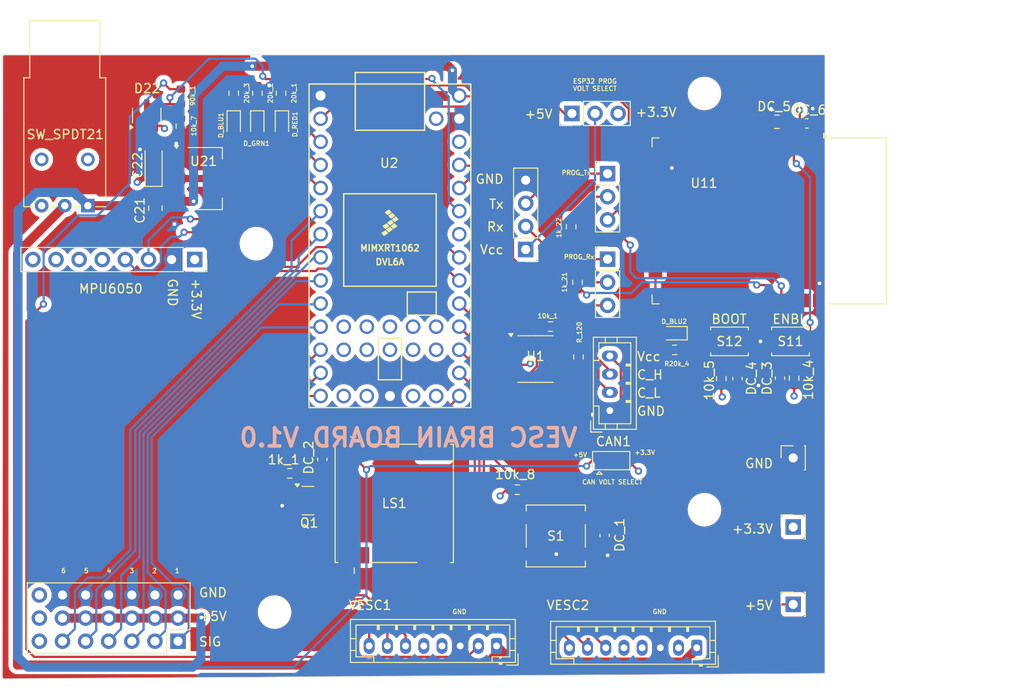
<source format=kicad_pcb>
(kicad_pcb (version 20240108) (generator "pcbnew") (generator_version "8.0")
  (layers (0 "F.Cu" signal) (1 "In1.Cu" signal) (2 "In2.Cu" signal) (31 "B.Cu" signal) (34 "B.Paste" user) (35 "F.Paste" user) (36 "B.SilkS" user "B.Silkscreen") (37 "F.SilkS" user "F.Silkscreen") (38 "B.Mask" user) (39 "F.Mask" user) (44 "Edge.Cuts" user))
  (net 0 "")
  (net 1 "GND")
  (net 2 "+5V")
  (net 3 "+3.3V")
  (net 4 "ESP_EN")
  (net 5 "IO0")
  (net 6 "ESP_RX_OUT")
  (net 7 "U0RXD")
  (net 8 "ESP_TX_OUT")
  (net 9 "U0TXD")
  (net 10 "Net-(J12-Pin_2)")
  (net 11 "SPEAKER")
  (net 12 "Net-(Q1-B)")
  (net 13 "Net-(Q1-C)")
  (net 14 "LED1")
  (net 15 "LED2")
  (net 16 "CAN_LO")
  (net 17 "CAN_HI")
  (net 18 "/MPU6050_SCL")
  (net 19 "BUTTON")
  (net 20 "RC_Throttle")
  (net 21 "RC_Steering")
  (net 22 "RC_Mode")
  (net 23 "/CAN_TX")
  (net 24 "/MPU6050_XDA")
  (net 25 "/MPU6050_INT")
  (net 26 "/MPU6050_SDA")
  (net 27 "/MPU6050_XCL")
  (net 28 "/MPU6050_AD0")
  (net 29 "ESP_RX")
  (net 30 "ESP_TX")
  (net 31 "/CAN_RX")
  (net 32 "VSENSE")
  (net 33 "RC_Z")
  (net 34 "RC_Y")
  (net 35 "RC_X")
  (net 36 "VESC1_VCC")
  (net 37 "VESC1_EN")
  (net 38 "VESC2_EN")
  (net 39 "VESC1_ADC1")
  (net 40 "VESC1_ADC2")
  (net 41 "VESC1_TX")
  (net 42 "VESC1_RX")
  (net 43 "VESC2_TX")
  (net 44 "VESC2_ADC2")
  (net 45 "VESC2_VCC")
  (net 46 "VESC2_RX")
  (net 47 "VESC2_ADC1")
  (net 48 "Net-(J14-Pin_1)")
  (net 49 "Net-(U1-Rs)")
  (net 54 "Net-(J13-Pin_2)")
  (net 95 "Net-(D_BLU1-K)")
  (net 96 "Net-(D_GRN1-K)")
  (net 97 "Net-(D_RED1-K)")
  (net 98 "Net-(D_BLU2-K)")
  (net 99 "Net-(D_BLU2-A)")
  (net 100 "Net-(CAN1-Pin_4)")
  (net 102 "VESC_+5V")
  (footprint "Connector_PinSocket_2.54mm:my_PinSocket_3x07_P2.54mm_Vertical" (layer "F.Cu") (at 32.39 79.95 -90)
    (property "Reference" "J1" (hide yes))
    (property "Value" "Conn_01x18" (hide yes))
    (pad "1" thru_hole rect (at 0 0 270) (size 1.7 1.7) (drill 1) (layers "*.Cu" "*.Mask") (net 21 "RC_Steering"))
    (pad "2" thru_hole oval (at -2.54 0 270) (size 1.7 1.7) (drill 1) (layers "*.Cu" "*.Mask") (net 2 "+5V"))
    (pad "3" thru_hole oval (at -5.08 0 270) (size 1.7 1.7) (drill 1) (layers "*.Cu" "*.Mask") (net 1 "GND"))
    (pad "4" thru_hole oval (at 0 2.54 270) (size 1.7 1.7) (drill 1) (layers "*.Cu" "*.Mask") (net 20 "RC_Throttle"))
    (pad "5" thru_hole oval (at -2.54 2.54 270) (size 1.7 1.7) (drill 1) (layers "*.Cu" "*.Mask") (net 2 "+5V"))
    (pad "6" thru_hole oval (at -5.08 2.54 270) (size 1.7 1.7) (drill 1) (layers "*.Cu" "*.Mask") (net 1 "GND"))
    (pad "7" thru_hole oval (at 0 5.08 270) (size 1.7 1.7) (drill 1) (layers "*.Cu" "*.Mask") (net 22 "RC_Mode"))
    (pad "8" thru_hole oval (at -2.54 5.08 270) (size 1.7 1.7) (drill 1) (layers "*.Cu" "*.Mask") (net 2 "+5V"))
    (pad "9" thru_hole oval (at -5.08 5.08 270) (size 1.7 1.7) (drill 1) (layers "*.Cu" "*.Mask") (net 1 "GND"))
    (pad "10" thru_hole oval (at 0 7.62 270) (size 1.7 1.7) (drill 1) (layers "*.Cu" "*.Mask") (net 35 "RC_X"))
    (pad "11" thru_hole oval (at -2.54 7.62 270) (size 1.7 1.7) (drill 1) (layers "*.Cu" "*.Mask") (net 2 "+5V"))
    (pad "12" thru_hole oval (at -5.08 7.62 270) (size 1.7 1.7) (drill 1) (layers "*.Cu" "*.Mask") (net 1 "GND"))
    (pad "13" thru_hole oval (at 0 10.16 270) (size 1.7 1.7) (drill 1) (layers "*.Cu" "*.Mask") (net 34 "RC_Y"))
    (pad "14" thru_hole oval (at -2.54 10.16 270) (size 1.7 1.7) (drill 1) (layers "*.Cu" "*.Mask") (net 2 "+5V"))
    (pad "15" thru_hole oval (at -5.08 10.16 270) (size 1.7 1.7) (drill 1) (layers "*.Cu" "*.Mask") (net 1 "GND"))
    (pad "16" thru_hole oval (at 0 12.7 270) (size 1.7 1.7) (drill 1) (layers "*.Cu" "*.Mask") (net 33 "RC_Z"))
    (pad "17" thru_hole oval (at -2.54 12.7 270) (size 1.7 1.7) (drill 1) (layers "*.Cu" "*.Mask") (net 2 "+5V"))
    (pad "18" thru_hole oval (at -5.08 12.7 270) (size 1.7 1.7) (drill 1) (layers "*.Cu" "*.Mask") (net 1 "GND"))
    (pad "19" thru_hole oval (at 0 15.24 270) (size 1.7 1.7) (drill 1) (layers "*.Cu" "*.Mask"))
    (pad "20" thru_hole oval (at -2.54 15.24 270) (size 1.7 1.7) (drill 1) (layers "*.Cu" "*.Mask"))
    (pad "21" thru_hole oval (at -5.08 15.24 270) (size 1.7 1.7) (drill 1) (layers "*.Cu" "*.Mask"))
  )
  (footprint "Capacitor_SMD:C_0603_1608Metric" (layer "F.Cu") (at 93.8784 51.0794 90)
    (property "Reference" "DC_4" (at 0.0254 1.524 90) (layer "F.SilkS"))
    (property "Value" "100nF")
    (pad "1" smd roundrect (at -0.775 0 90) (size 0.9 0.95) (layers "F.Cu" "F.Paste" "F.Mask") (net 1 "GND"))
    (pad "2" smd roundrect (at 0.775 0 90) (size 0.9 0.95) (layers "F.Cu" "F.Paste" "F.Mask") (net 5 "IO0"))
  )
  (footprint "LED_SMD:LED_0603_1608Metric" (layer "F.Cu") (at 43.81 23.13875 -90)
    (property "Reference" "D_RED1" (at 0 -1.43 90) (layer "F.SilkS") (effects (font (size 0.5 0.5) (thickness 0.1) (bold yes))))
    (property "Value" "LED RED")
    (pad "1" smd roundrect (at -0.7875 0 270) (size 0.875 0.95) (layers "F.Cu" "F.Paste" "F.Mask") (net 97 "Net-(D_RED1-K)"))
    (pad "2" smd roundrect (at 0.7875 0 270) (size 0.875 0.95) (layers "F.Cu" "F.Paste" "F.Mask") (net 14 "LED1"))
  )
  (footprint "Resistor_SMD:R_0603_1608Metric" (layer "F.Cu") (at 41.11 19.71375 -90)
    (property "Reference" "20k_2" (at 0 -1.43 90) (layer "F.SilkS") (effects (font (size 0.5 0.5) (thickness 0.1) (bold yes))))
    (property "Value" "20k")
    (pad "1" smd roundrect (at -0.825 0 270) (size 0.8 0.95) (layers "F.Cu" "F.Paste" "F.Mask") (net 1 "GND"))
    (pad "2" smd roundrect (at 0.825 0 270) (size 0.8 0.95) (layers "F.Cu" "F.Paste" "F.Mask") (net 96 "Net-(D_GRN1-K)"))
  )
  (footprint "Connector_JST:JST_PH_B8B-PH-K_1x08_P2.00mm_Vertical" (layer "F.Cu") (at 67.4 80.47 180)
    (property "Reference" "VESC1" (at 13.9 4.47 0) (layer "F.SilkS"))
    (property "Value" "Conn_01x08")
    (pad "1" thru_hole roundrect (at 0 0 180) (size 1.2 1.75) (drill 0.75) (layers "*.Cu" "*.Mask") (roundrect_rratio 0.208333) (net 102 "VESC_+5V"))
    (pad "2" thru_hole oval (at 2 0 180) (size 1.2 1.75) (drill 0.75) (layers "*.Cu" "*.Mask") (net 36 "VESC1_VCC"))
    (pad "3" thru_hole oval (at 4 0 180) (size 1.2 1.75) (drill 0.75) (layers "*.Cu" "*.Mask") (net 1 "GND"))
    (pad "4" thru_hole oval (at 6 0 180) (size 1.2 1.75) (drill 0.75) (layers "*.Cu" "*.Mask") (net 39 "VESC1_ADC1"))
    (pad "5" thru_hole oval (at 8 0 180) (size 1.2 1.75) (drill 0.75) (layers "*.Cu" "*.Mask") (net 42 "VESC1_RX"))
    (pad "6" thru_hole oval (at 10 0 180) (size 1.2 1.75) (drill 0.75) (layers "*.Cu" "*.Mask") (net 41 "VESC1_TX"))
    (pad "7" thru_hole oval (at 12 0 180) (size 1.2 1.75) (drill 0.75) (layers "*.Cu" "*.Mask") (net 40 "VESC1_ADC2"))
    (pad "8" thru_hole oval (at 14 0 180) (size 1.2 1.75) (drill 0.75) (layers "*.Cu" "*.Mask") (net 37 "VESC1_EN"))
  )
  (footprint "LED_SMD:LED_0603_1608Metric" (layer "F.Cu") (at 41.1 23.13875 -90)
    (property "Reference" "D_GRN1" (at 2.1 0.09 0) (layer "F.SilkS") (effects (font (size 0.5 0.5) (thickness 0.1) (bold yes))))
    (property "Value" "LED GRN")
    (pad "1" smd roundrect (at -0.7875 0 270) (size 0.875 0.95) (layers "F.Cu" "F.Paste" "F.Mask") (net 96 "Net-(D_GRN1-K)"))
    (pad "2" smd roundrect (at 0.7875 0 270) (size 0.875 0.95) (layers "F.Cu" "F.Paste" "F.Mask") (net 15 "LED2"))
  )
  (footprint "Resistor_SMD:R_0603_1608Metric" (layer "F.Cu") (at 86.9696 47.9298)
    (property "Reference" "R20k_4" (at 0.2418 1.524 0) (layer "F.SilkS") (effects (font (size 0.5 0.5) (thickness 0.1) (bold yes))))
    (property "Value" "20k")
    (pad "1" smd roundrect (at -0.825 0) (size 0.8 0.95) (layers "F.Cu" "F.Paste" "F.Mask") (net 1 "GND"))
    (pad "2" smd roundrect (at 0.825 0) (size 0.8 0.95) (layers "F.Cu" "F.Paste" "F.Mask") (net 98 "Net-(D_BLU2-K)"))
  )
  (footprint "Resistor_SMD:R_0603_1608Metric" (layer "F.Cu") (at 69.675 63.3001 180)
    (property "Reference" "10k_8" (at 0.2286 1.6764 0) (layer "F.SilkS"))
    (property "Value" "10k")
    (pad "1" smd roundrect (at -0.825 0 180) (size 0.8 0.95) (layers "F.Cu" "F.Paste" "F.Mask") (net 19 "BUTTON"))
    (pad "2" smd roundrect (at 0.825 0 180) (size 0.8 0.95) (layers "F.Cu" "F.Paste" "F.Mask") (net 3 "+3.3V"))
  )
  (footprint "Package_TO_SOT_SMD:SOT-23-3" (layer "F.Cu") (at 28.95 22.1625 90)
    (property "Reference" "D22" (at 2.9625 0.05 180) (layer "F.SilkS"))
    (property "Value" "BAT54S")
    (pad "1" smd roundrect (at -1.1375 -0.95 90) (size 1.325 0.6) (layers "F.Cu" "F.Paste" "F.Mask") (net 1 "GND"))
    (pad "2" smd roundrect (at -1.1375 0.95 90) (size 1.325 0.6) (layers "F.Cu" "F.Paste" "F.Mask") (net 3 "+3.3V"))
    (pad "3" smd roundrect (at 1.1375 0 90) (size 1.325 0.6) (layers "F.Cu" "F.Paste" "F.Mask") (net 32 "VSENSE"))
  )
  (footprint "Resistor_SMD:R_0603_1608Metric" (layer "F.Cu") (at 38.51 19.71375 -90)
    (property "Reference" "20k_3" (at 0 -1.43 90) (layer "F.SilkS") (effects (font (size 0.5 0.5) (thickness 0.1) (bold yes))))
    (property "Value" "20k")
    (pad "1" smd roundrect (at -0.825 0 270) (size 0.8 0.95) (layers "F.Cu" "F.Paste" "F.Mask") (net 1 "GND"))
    (pad "2" smd roundrect (at 0.825 0 270) (size 0.8 0.95) (layers "F.Cu" "F.Paste" "F.Mask") (net 95 "Net-(D_BLU1-K)"))
  )
  (footprint "Connector_PinSocket_2.54mm:PinSocket_1x01_P2.54mm_Vertical" (layer "F.Cu") (at 100 75.9 90)
    (property "Reference" "J21" (hide yes))
    (property "Value" "Conn_01x01")
    (pad "1" thru_hole rect (at 0 0 90) (size 1.7 1.7) (drill 1) (layers "*.Cu" "*.Mask") (net 2 "+5V"))
  )
  (footprint "Capacitor_SMD:C_0603_1608Metric" (layer "F.Cu") (at 48.25 59.975 -90)
    (property "Reference" "DC_2" (at -0.225 1.5 90) (layer "F.SilkS"))
    (property "Value" "100nF")
    (pad "1" smd roundrect (at -0.775 0 270) (size 0.9 0.95) (layers "F.Cu" "F.Paste" "F.Mask") (net 2 "+5V"))
    (pad "2" smd roundrect (at 0.775 0 270) (size 0.9 0.95) (layers "F.Cu" "F.Paste" "F.Mask") (net 13 "Net-(Q1-C)"))
  )
  (footprint "Resistor_SMD:R_0603_1608Metric" (layer "F.Cu") (at 44.675 61.5 180)
    (property "Reference" "1k_1" (at 0.675 1.5 360) (layer "F.SilkS"))
    (property "Value" "10k")
    (pad "1" smd roundrect (at -0.825 0 180) (size 0.8 0.95) (layers "F.Cu" "F.Paste" "F.Mask") (net 12 "Net-(Q1-B)"))
    (pad "2" smd roundrect (at 0.825 0 180) (size 0.8 0.95) (layers "F.Cu" "F.Paste" "F.Mask") (net 11 "SPEAKER"))
  )
  (footprint "Package_TO_SOT_SMD:SOT-23" (layer "F.Cu") (at 46.6625 64.5)
    (property "Reference" "Q1" (at 0.1375 2.45 0) (layer "F.SilkS"))
    (property "Value" "my_BC337")
    (pad "1" smd roundrect (at -0.9375 -0.95) (size 1.475 0.6) (layers "F.Cu" "F.Paste" "F.Mask") (net 12 "Net-(Q1-B)"))
    (pad "2" smd roundrect (at -0.9375 0.95) (size 1.475 0.6) (layers "F.Cu" "F.Paste" "F.Mask") (net 1 "GND"))
    (pad "3" smd roundrect (at 0.9375 0) (size 1.475 0.6) (layers "F.Cu" "F.Paste" "F.Mask") (net 13 "Net-(Q1-C)"))
  )
  (footprint "Resistor_SMD:R_0603_1608Metric" (layer "F.Cu") (at 100.1014 51.0408 -90)
    (property "Reference" "10k_4" (at 0.1656 -1.5748 90) (layer "F.SilkS"))
    (property "Value" "10k")
    (pad "1" smd roundrect (at -0.825 0 270) (size 0.8 0.95) (layers "F.Cu" "F.Paste" "F.Mask") (net 4 "ESP_EN"))
    (pad "2" smd roundrect (at 0.825 0 270) (size 0.8 0.95) (layers "F.Cu" "F.Paste" "F.Mask") (net 3 "+3.3V"))
  )
  (footprint "Button_Switch_SMD:SW_Push_SPST_NO_Alps_SKRK" (layer "F.Cu") (at 99.7 47)
    (property "Reference" "S11" (at 0 0 0) (layer "F.SilkS"))
    (property "Value" "TL3342F160QG")
    (pad "1" smd roundrect (at -2.1 0) (size 0.8 2) (layers "F.Cu" "F.Paste" "F.Mask") (net 1 "GND"))
    (pad "2" smd roundrect (at 2.1 0) (size 0.8 2) (layers "F.Cu" "F.Paste" "F.Mask") (net 4 "ESP_EN"))
  )
  (footprint "Resistor_SMD:R_0603_1608Metric" (layer "F.Cu") (at 76.4 48.7 90)
    (property "Reference" "R_120" (at 2.7 0.1 90) (layer "F.SilkS") (effects (font (size 0.5 0.5) (thickness 0.1) (bold yes))))
    (property "Value" "120")
    (pad "1" smd roundrect (at -0.825 0 90) (size 0.8 0.95) (layers "F.Cu" "F.Paste" "F.Mask") (net 16 "CAN_LO"))
    (pad "2" smd roundrect (at 0.825 0 90) (size 0.8 0.95) (layers "F.Cu" "F.Paste" "F.Mask") (net 17 "CAN_HI"))
  )
  (footprint "Jumper:SolderJumper-3_P1.3mm_Open_Pad1.0x1.5mm" (layer "F.Cu") (at 80 60.1)
    (property "Reference" "JP1" (hide yes))
    (property "Value" "SolderJumper_3_Open")
    (pad "1" smd rect (at -1.3 0) (size 1 1.5) (layers "F.Cu" "F.Mask") (net 2 "+5V"))
    (pad "2" smd rect (at 0 0) (size 1 1.5) (layers "F.Cu" "F.Mask") (net 100 "Net-(CAN1-Pin_4)"))
    (pad "3" smd rect (at 1.3 0) (size 1 1.5) (layers "F.Cu" "F.Mask") (net 3 "+3.3V"))
  )
  (footprint "Button_Switch_SMD:SW_Push_SPST_NO_Alps_SKRK" (layer "F.Cu") (at 93 47 180)
    (property "Reference" "S12" (at 0 0 0) (layer "F.SilkS"))
    (property "Value" "TL3342F160QG")
    (pad "1" smd roundrect (at -2.1 0 180) (size 0.8 2) (layers "F.Cu" "F.Paste" "F.Mask") (net 1 "GND"))
    (pad "2" smd roundrect (at 2.1 0 180) (size 0.8 2) (layers "F.Cu" "F.Paste" "F.Mask") (net 5 "IO0"))
  )
  (footprint "Connector_PinHeader_2.54mm:PinHeader_1x04_P2.54mm_Vertical" (layer "F.Cu") (at 70.6 36.9 180)
    (property "Reference" "J14" (hide yes))
    (property "Value" "SERIAL1")
    (pad "1" thru_hole rect (at 0 0 180) (size 1.7 1.7) (drill 1) (layers "*.Cu" "*.Mask") (net 48 "Net-(J14-Pin_1)"))
    (pad "2" thru_hole oval (at 0 2.54 180) (size 1.7 1.7) (drill 1) (layers "*.Cu" "*.Mask") (net 6 "ESP_RX_OUT"))
    (pad "3" thru_hole oval (at 0 5.08 180) (size 1.7 1.7) (drill 1) (layers "*.Cu" "*.Mask") (net 8 "ESP_TX_OUT"))
    (pad "4" thru_hole oval (at 0 7.62 180) (size 1.7 1.7) (drill 1) (layers "*.Cu" "*.Mask") (net 1 "GND"))
  )
  (footprint "Capacitor_SMD:C_0603_1608Metric" (layer "F.Cu") (at 101.5 23.0378)
    (property "Reference" "DC_6" (at 0.2664 -1.4732 0) (layer "F.SilkS"))
    (property "Value" "100nF")
    (pad "1" smd roundrect (at -0.775 0) (size 0.9 0.95) (layers "F.Cu" "F.Paste" "F.Mask") (net 3 "+3.3V"))
    (pad "2" smd roundrect (at 0.775 0) (size 0.9 0.95) (layers "F.Cu" "F.Paste" "F.Mask") (net 1 "GND"))
  )
  (footprint "Connector_PinSocket_2.54mm:PinSocket_1x01_P2.54mm_Vertical" (layer "F.Cu") (at 100 67.4 90)
    (property "Reference" "J22" (hide yes))
    (property "Value" "Conn_01x01")
    (pad "1" thru_hole rect (at 0 0 90) (size 1.7 1.7) (drill 1) (layers "*.Cu" "*.Mask") (net 3 "+3.3V"))
  )
  (footprint "MountingHole:MountingHole_3.2mm_M3" (layer "F.Cu") (at 43 76.75)
    (property "Reference" "REF**" (hide yes))
    (property "Value" "MountingHole_3.2mm_M3")
    (pad "" np_thru_hole circle (at 0 0) (size 3.2 3.2) (drill 3.2) (layers "*.Cu" "*.Mask"))
  )
  (footprint "Resistor_SMD:R_0603_1608Metric" (layer "F.Cu") (at 92.1004 51.0794 -90)
    (property "Reference" "10k_5" (at 0.2032 1.3208 90) (layer "F.SilkS"))
    (property "Value" "10k")
    (pad "1" smd roundrect (at -0.825 0 270) (size 0.8 0.95) (layers "F.Cu" "F.Paste" "F.Mask") (net 5 "IO0"))
    (pad "2" smd roundrect (at 0.825 0 270) (size 0.8 0.95) (layers "F.Cu" "F.Paste" "F.Mask") (net 3 "+3.3V"))
  )
  (footprint "Capacitor_SMD:C_0603_1608Metric" (layer "F.Cu") (at 98.552 51.0408 90)
    (property "Reference" "DC_3" (at 0 -1.43 90) (layer "F.SilkS"))
    (property "Value" "100nF")
    (pad "1" smd roundrect (at -0.775 0 90) (size 0.9 0.95) (layers "F.Cu" "F.Paste" "F.Mask") (net 1 "GND"))
    (pad "2" smd roundrect (at 0.775 0 90) (size 0.9 0.95) (layers "F.Cu" "F.Paste" "F.Mask") (net 4 "ESP_EN"))
  )
  (footprint "Button_Switch_THT:SW_NKK_BB15AH" (layer "F.Cu") (at 22.48 32.08 180)
    (property "Reference" "SW_SPDT21" (at 2.48 7.83 0) (layer "F.SilkS"))
    (property "Value" "SW_SPDT")
    (pad "" thru_hole circle (at 0 5.08 180) (size 1.5 1.5) (drill 0.9) (layers "*.Cu" "*.Mask"))
    (pad "" thru_hole circle (at 5.08 5.08 180) (size 1.5 1.5) (drill 0.9) (layers "*.Cu" "*.Mask"))
    (pad "1" thru_hole rect (at 0 0 180) (size 1.5 1.5) (drill 0.8) (layers "*.Cu" "*.Mask") (net 2 "+5V"))
    (pad "2" thru_hole circle (at 2.54 0 180) (size 1.5 1.5) (drill 0.8) (layers "*.Cu" "*.Mask") (net 102 "VESC_+5V"))
    (pad "3" thru_hole circle (at 5.08 0 180) (size 1.5 1.5) (drill 0.8) (layers "*.Cu" "*.Mask"))
  )
  (footprint "Resistor_SMD:R_0603_1608Metric" (layer "F.Cu") (at 32.7 20.1 -90)
    (property "Reference" "90k_1" (at -0.1 -1.3 90) (layer "F.SilkS") (effects (font (size 0.5 0.5) (thickness 0.1) (bold yes))))
    (property "Value" "90k")
    (pad "1" smd roundrect (at -0.825 0 270) (size 0.8 0.95) (layers "F.Cu" "F.Paste" "F.Mask") (net 36 "VESC1_VCC"))
    (pad "2" smd roundrect (at 0.825 0 270) (size 0.8 0.95) (layers "F.Cu" "F.Paste" "F.Mask") (net 32 "VSENSE"))
  )
  (footprint "LED_SMD:LED_0603_1608Metric" (layer "F.Cu") (at 86.868 46.101 180)
    (property "Reference" "D_BLU2" (at -0.0508 1.2954 0) (layer "F.SilkS") (effects (font (size 0.5 0.5) (thickness 0.1) (bold yes))))
    (property "Value" "BLUE")
    (pad "1" smd roundrect (at -0.7875 0 180) (size 0.875 0.95) (layers "F.Cu" "F.Paste" "F.Mask") (net 98 "Net-(D_BLU2-K)"))
    (pad "2" smd roundrect (at 0.7875 0 180) (size 0.875 0.95) (layers "F.Cu" "F.Paste" "F.Mask") (net 99 "Net-(D_BLU2-A)"))
  )
  (footprint "Package_SO:SOIC-8_3.9x4.9mm_P1.27mm" (layer "F.Cu") (at 71.675 48.935)
    (property "Reference" "U1" (at 0 -0.295 0) (layer "F.SilkS"))
    (property "Value" "TJA1050T/CM,118")
    (pad "1" smd roundrect (at -2.475 -1.905) (size 1.95 0.6) (layers "F.Cu" "F.Paste" "F.Mask") (net 23 "/CAN_TX"))
    (pad "2" smd roundrect (at -2.475 -0.635) (size 1.95 0.6) (layers "F.Cu" "F.Paste" "F.Mask") (net 1 "GND"))
    (pad "3" smd roundrect (at -2.475 0.635) (size 1.95 0.6) (layers "F.Cu" "F.Paste" "F.Mask") (net 3 "+3.3V"))
    (pad "4" smd roundrect (at -2.475 1.905) (size 1.95 0.6) (layers "F.Cu" "F.Paste" "F.Mask") (net 31 "/CAN_RX"))
    (pad "5" smd roundrect (at 2.475 1.905) (size 1.95 0.6) (layers "F.Cu" "F.Paste" "F.Mask"))
    (pad "6" smd roundrect (at 2.475 0.635) (size 1.95 0.6) (layers "F.Cu" "F.Paste" "F.Mask") (net 16 "CAN_LO"))
    (pad "7" smd roundrect (at 2.475 -0.635) (size 1.95 0.6) (layers "F.Cu" "F.Paste" "F.Mask") (net 17 "CAN_HI"))
    (pad "8" smd roundrect (at 2.475 -1.905) (size 1.95 0.6) (layers "F.Cu" "F.Paste" "F.Mask") (net 49 "Net-(U1-Rs)"))
  )
  (footprint "Connector_PinHeader_2.54mm:PinHeader_1x03_P2.54mm_Vertical" (layer "F.Cu") (at 79.6 37.96)
    (property "Reference" "J12" (hide yes))
    (property "Value" "Conn_01x03")
    (pad "1" thru_hole rect (at 0 0) (size 1.7 1.7) (drill 1) (layers "*.Cu" "*.Mask") (net 6 "ESP_RX_OUT"))
    (pad "2" thru_hole oval (at 0 2.54) (size 1.7 1.7) (drill 1) (layers "*.Cu" "*.Mask") (net 10 "Net-(J12-Pin_2)"))
    (pad "3" thru_hole oval (at 0 5.08) (size 1.7 1.7) (drill 1) (layers "*.Cu" "*.Mask") (net 29 "ESP_RX"))
  )
  (footprint "Resistor_SMD:R_0603_1608Metric" (layer "F.Cu") (at 32.7 23.325 -90)
    (property "Reference" "10k_7" (at 0 -1.43 90) (layer "F.SilkS") (effects (font (size 0.5 0.5) (thickness 0.1) (bold yes))))
    (property "Value" "10k")
    (pad "1" smd roundrect (at -0.825 0 270) (size 0.8 0.95) (layers "F.Cu" "F.Paste" "F.Mask") (net 32 "VSENSE"))
    (pad "2" smd roundrect (at 0.825 0 270) (size 0.8 0.95) (layers "F.Cu" "F.Paste" "F.Mask") (net 1 "GND"))
  )
  (footprint "Connector_PinSocket_2.54mm:PinSocket_1x08_P2.54mm_Vertical" (layer "F.Cu") (at 34.22 38 -90)
    (property "Reference" "MP1" (hide yes))
    (property "Value" "Conn_01x08")
    (pad "1" thru_hole rect (at 0 0 270) (size 1.7 1.7) (drill 1) (layers "*.Cu" "*.Mask") (net 3 "+3.3V"))
    (pad "2" thru_hole oval (at 0 2.54 270) (size 1.7 1.7) (drill 1) (layers "*.Cu" "*.Mask") (net 1 "GND"))
    (pad "3" thru_hole oval (at 0 5.08 270) (size 1.7 1.7) (drill 1) (layers "*.Cu" "*.Mask") (net 18 "/MPU6050_SCL"))
    (pad "4" thru_hole oval (at 0 7.62 270) (size 1.7 1.7) (drill 1) (layers "*.Cu" "*.Mask") (net 26 "/MPU6050_SDA"))
    (pad "5" thru_hole oval (at 0 10.16 270) (size 1.7 1.7) (drill 1) (layers "*.Cu" "*.Mask") (net 24 "/MPU6050_XDA"))
    (pad "6" thru_hole oval (at 0 12.7 270) (size 1.7 1.7) (drill 1) (layers "*.Cu" "*.Mask") (net 27 "/MPU6050_XCL"))
    (pad "7" thru_hole oval (at 0 15.24 270) (size 1.7 1.7) (drill 1) (layers "*.Cu" "*.Mask") (net 28 "/MPU6050_AD0"))
    (pad "8" thru_hole oval (at 0 17.78 270) (size 1.7 1.7) (drill 1) (layers "*.Cu" "*.Mask") (net 25 "/MPU6050_INT"))
  )
  (footprint "RF_Module:ESP32-WROOM-32D" (layer "F.Cu") (at 94.37 33.75 -90)
    (property "Reference" "U11" (at -4.15 4.17 0) (layer "F.SilkS"))
    (property "Value" "ESP32-WROOM-32D")
    (pad "1" smd rect (at -8.75 -8.25 270) (size 1.5 0.9) (layers "F.Cu" "F.Paste" "F.Mask") (net 1 "GND"))
    (pad "2" smd rect (at -8.75 -6.98 270) (size 1.5 0.9) (layers "F.Cu" "F.Paste" "F.Mask") (net 3 "+3.3V"))
    (pad "3" smd rect (at -8.75 -5.71 270) (size 1.5 0.9) (layers "F.Cu" "F.Paste" "F.Mask") (net 4 "ESP_EN"))
    (pad "4" smd rect (at -8.75 -4.44 270) (size 1.5 0.9) (layers "F.Cu" "F.Paste" "F.Mask"))
    (pad "5" smd rect (at -8.75 -3.17 270) (size 1.5 0.9) (layers "F.Cu" "F.Paste" "F.Mask"))
    (pad "6" smd rect (at -8.75 -1.9 270) (size 1.5 0.9) (layers "F.Cu" "F.Paste" "F.Mask"))
    (pad "7" smd rect (at -8.75 -0.63 270) (size 1.5 0.9) (layers "F.Cu" "F.Paste" "F.Mask"))
    (pad "8" smd rect (at -8.75 0.64 270) (size 1.5 0.9) (layers "F.Cu" "F.Paste" "F.Mask"))
    (pad "9" smd rect (at -8.75 1.91 270) (size 1.5 0.9) (layers "F.Cu" "F.Paste" "F.Mask"))
    (pad "10" smd rect (at -8.75 3.18 270) (size 1.5 0.9) (layers "F.Cu" "F.Paste" "F.Mask"))
    (pad "11" smd rect (at -8.75 4.45 270) (size 1.5 0.9) (layers "F.Cu" "F.Paste" "F.Mask"))
    (pad "12" smd rect (at -8.75 5.72 270) (size 1.5 0.9) (layers "F.Cu" "F.Paste" "F.Mask"))
    (pad "13" smd rect (at -8.75 6.99 270) (size 1.5 0.9) (layers "F.Cu" "F.Paste" "F.Mask"))
    (pad "14" smd rect (at -8.75 8.26 270) (size 1.5 0.9) (layers "F.Cu" "F.Paste" "F.Mask"))
    (pad "15" smd rect (at -5.71 9.51) (size 1.5 0.9) (layers "F.Cu" "F.Paste" "F.Mask") (net 1 "GND"))
    (pad "16" smd rect (at -4.44 9.51) (size 1.5 0.9) (layers "F.Cu" "F.Paste" "F.Mask"))
    (pad "17" smd rect (at -3.17 9.51) (size 1.5 0.9) (layers "F.Cu" "F.Paste" "F.Mask"))
    (pad "18" smd rect (at -1.9 9.51) (size 1.5 0.9) (layers "F.Cu" "F.Paste" "F.Mask"))
    (pad "19" smd rect (at -0.63 9.51) (size 1.5 0.9) (layers "F.Cu" "F.Paste" "F.Mask"))
    (pad "20" smd rect (at 0.64 9.51) (size 1.5 0.9) (layers "F.Cu" "F.Paste" "F.Mask"))
    (pad "21" smd rect (at 1.91 9.51) (size 1.5 0.9) (layers "F.Cu" "F.Paste" "F.Mask"))
    (pad "22" smd rect (at 3.18 9.51) (size 1.5 0.9) (layers "F.Cu" "F.Paste" "F.Mask"))
    (pad "23" smd rect (at 4.45 9.51) (size 1.5 0.9) (layers "F.Cu" "F.Paste" "F.Mask"))
    (pad "24" smd rect (at 5.72 9.51) (size 1.5 0.9) (layers "F.Cu" "F.Paste" "F.Mask") (net 99 "Net-(D_BLU2-A)"))
    (pad "25" smd rect (at 8.75 8.26 270) (size 1.5 0.9) (layers "F.Cu" "F.Paste" "F.Mask") (net 5 "IO0"))
    (pad "26" smd rect (at 8.75 6.99 270) (size 1.5 0.9) (layers "F.Cu" "F.Paste" "F.Mask"))
    (pad "27" smd rect (at 8.75 5.72 270) (size 1.5 0.9) (layers "F.Cu" "F.Paste" "F.Mask"))
    (pad "28" smd rect (at 8.75 4.45 270) (size 1.5 0.9) (layers "F.Cu" "F.Paste" "F.Mask"))
    (pad "29" smd rect (at 8.75 3.18 270) (size 1.5 0.9) (layers "F.Cu" "F.Paste" "F.Mask"))
    (pad "30" smd rect (at 8.75 1.91 270) (size 1.5 0.9) (layers "F.Cu" "F.Paste" "F.Mask"))
    (pad "31" smd rect (at 8.75 0.64 270) (size 1.5 0.9) (layers "F.Cu" "F.Paste" "F.Mask"))
    (pad "32" smd rect (at 8.75 -0.63 270) (size 1.5 0.9) (layers "F.Cu" "F.Paste" "F.Mask"))
    (pad "33" smd rect (at 8.75 -1.9 270) (size 1.5 0.9) (layers "F.Cu" "F.Paste" "F.Mask"))
    (pad "34" smd rect (at 8.75 -3.17 270) (size 1.5 0.9) (layers "F.Cu" "F.Paste" "F.Mask") (net 7 "U0RXD"))
    (pad "35" smd rect (at 8.75 -4.44 270) (size 1.5 0.9) (layers "F.Cu" "F.Paste" "F.Mask") (net 9 "U0TXD"))
    (pad "36" smd rect (at 8.75 -5.71 270) (size 1.5 0.9) (layers "F.Cu" "F.Paste" "F.Mask"))
    (pad "37" smd rect (at 8.75 -6.98 270) (size 1.5 0.9) (layers "F.Cu" "F.Paste" "F.Mask"))
    (pad "38" smd rect (at 8.75 -8.25 270) (size 1.5 0.9) (layers "F.Cu" "F.Paste" "F.Mask") (net 1 "GND"))
    (zone (net 0) (net_name "") (layers "F.Cu" "In1.Cu" "In2.Cu" "B.Cu") (connect_pads (clearance 0)) (min_thickness 0.254)
      (keepout (tracks not_allowed) (vias not_allowed) (pads not_allowed) (copperpour not_allowed) (footprints not_allowed))
      (fill (thermal_gap 0.508) (thermal_bridge_width 0.508))
      (polygon (pts (xy 103.92 9.75) (xy 103.92 57.75) (xy 125.11 57.75) (xy 125.11 9.75)))
    )
  )
  (footprint "Connector_PinSocket_2.54mm:PinSocket_1x01_P2.54mm_Vertical" (layer "F.Cu") (at 100 59.8 90)
    (property "Reference" "J23" (hide yes))
    (property "Value" "Conn_01x01")
    (pad "1" thru_hole rect (at 0 0 90) (size 1.7 1.7) (drill 1) (layers "*.Cu" "*.Mask") (net 1 "GND"))
  )
  (footprint "Resistor_SMD:R_0603_1608Metric" (layer "F.Cu") (at 43.71 19.71375 -90)
    (property "Reference" "20k_1" (at 0 -1.43 90) (layer "F.SilkS") (effects (font (size 0.5 0.5) (thickness 0.1) (bold yes))))
    (property "Value" "20k")
    (pad "1" smd roundrect (at -0.825 0 270) (size 0.8 0.95) (layers "F.Cu" "F.Paste" "F.Mask") (net 1 "GND"))
    (pad "2" smd roundrect (at 0.825 0 270) (size 0.8 0.95) (layers "F.Cu" "F.Paste" "F.Mask") (net 97 "Net-(D_RED1-K)"))
  )
  (footprint "Button_Switch_SMD:SW_SPST_B3SL-1022P" (layer "F.Cu") (at 73.9094 68.3823 180)
    (property "Reference" "S1" (at 0 0 0) (layer "F.SilkS"))
    (property "Value" "TL3342F160QG")
    (pad "1" smd rect (at -2.88 -2 180) (size 2.75 1) (layers "F.Cu" "F.Paste" "F.Mask") (net 1 "GND"))
    (pad "1" smd rect (at 2.88 -2 180) (size 2.75 1) (layers "F.Cu" "F.Paste" "F.Mask") (net 1 "GND"))
    (pad "2" smd rect (at -2.88 2 180) (size 2.75 1) (layers "F.Cu" "F.Paste" "F.Mask") (net 19 "BUTTON"))
    (pad "2" smd rect (at 2.88 2 180) (size 2.75 1) (layers "F.Cu" "F.Paste" "F.Mask") (net 19 "BUTTON"))
  )
  (footprint "Package_TO_SOT_SMD:SOT-223-3_TabPin2" (layer "F.Cu") (at 35.35 29.1)
    (property "Reference" "U21" (at -0.15 -1.9 0) (layer "F.SilkS"))
    (property "Value" "LD1117S18TR_SOT223")
    (pad "1" smd roundrect (at -3.15 -2.3) (size 2 1.5) (layers "F.Cu" "F.Paste" "F.Mask") (net 1 "GND"))
    (pad "2" smd roundrect (at -3.15 0) (size 2 1.5) (layers "F.Cu" "F.Paste" "F.Mask") (net 3 "+3.3V"))
    (pad "2" smd roundrect (at 3.15 0) (size 2 3.8) (layers "F.Cu" "F.Paste" "F.Mask") (net 3 "+3.3V"))
    (pad "3" smd roundrect (at -3.15 2.3) (size 2 1.5) (layers "F.Cu" "F.Paste" "F.Mask") (net 2 "+5V"))
  )
  (footprint "LED_SMD:LED_0603_1608Metric" (layer "F.Cu") (at 38.51 23.13875 -90)
    (property "Reference" "D_BLU1" (at 0.1 1.4 90) (layer "F.SilkS") (effects (font (size 0.5 0.5) (thickness 0.1) (bold yes))))
    (property "Value" "LED BLU")
    (pad "1" smd roundrect (at -0.7875 0 270) (size 0.875 0.95) (layers "F.Cu" "F.Paste" "F.Mask") (net 95 "Net-(D_BLU1-K)"))
    (pad "2" smd roundrect (at 0.7875 0 270) (size 0.875 0.95) (layers "F.Cu" "F.Paste" "F.Mask") (net 3 "+3.3V"))
  )
  (footprint "Capacitor_SMD:C_0805_2012Metric" (layer "F.Cu") (at 29.9 32.35 -90)
    (property "Reference" "C21" (at 0.25 1.7 90) (layer "F.SilkS"))
    (property "Value" "10uF")
    (pad "1" smd roundrect (at -0.95 0 270) (size 1 1.45) (layers "F.Cu" "F.Paste" "F.Mask") (net 2 "+5V"))
    (pad "2" smd roundrect (at 0.95 0 270) (size 1 1.45) (layers "F.Cu" "F.Paste" "F.Mask") (net 1 "GND"))
  )
  (footprint "MountingHole:MountingHole_3.2mm_M3" (layer "F.Cu") (at 90.25 65.5)
    (property "Reference" "REF**" (hide yes))
    (property "Value" "MountingHole_3.2mm_M3")
    (pad "" np_thru_hole circle (at 0 0) (size 3.2 3.2) (drill 3.2) (layers "*.Cu" "*.Mask"))
  )
  (footprint "Connector_PinHeader_2.54mm:PinHeader_1x03_P2.54mm_Vertical" (layer "F.Cu") (at 75.6816 21.9456 90)
    (property "Reference" "J15" (hide yes))
    (property "Value" "Conn_01x03")
    (pad "1" thru_hole rect (at 0 0 90) (size 1.7 1.7) (drill 1) (layers "*.Cu" "*.Mask") (net 2 "+5V"))
    (pad "2" thru_hole oval (at 0 2.54 90) (size 1.7 1.7) (drill 1) (layers "*.Cu" "*.Mask") (net 48 "Net-(J14-Pin_1)"))
    (pad "3" thru_hole oval (at 0 5.08 90) (size 1.7 1.7) (drill 1) (layers "*.Cu" "*.Mask") (net 3 "+3.3V"))
  )
  (footprint "Connector_JST:JST_PH_B8B-PH-K_1x08_P2.00mm_Vertical" (layer "F.Cu") (at 89.4 80.67 180)
    (property "Reference" "VESC2" (at 14.15 4.67 0) (layer "F.SilkS"))
    (property "Value" "Conn_01x08")
    (pad "1" thru_hole roundrect (at 0 0 180) (size 1.2 1.75) (drill 0.75) (layers "*.Cu" "*.Mask") (roundrect_rratio 0.208333) (net 102 "VESC_+5V"))
    (pad "2" thru_hole oval (at 2 0 180) (size 1.2 1.75) (drill 0.75) (layers "*.Cu" "*.Mask") (net 45 "VESC2_VCC"))
    (pad "3" thru_hole oval (at 4 0 180) (size 1.2 1.75) (drill 0.75) (layers "*.Cu" "*.Mask") (net 1 "GND"))
    (pad "4" thru_hole oval (at 6 0 180) (size 1.2 1.75) (drill 0.75) (layers "*.Cu" "*.Mask") (net 47 "VESC2_ADC1"))
    (pad "5" thru_hole oval (at 8 0 180) (size 1.2 1.75) (drill 0.75) (layers "*.Cu" "*.Mask") (net 46 "VESC2_RX"))
    (pad "6" thru_hole oval (at 10 0 180) (size 1.2 1.75) (drill 0.75) (layers "*.Cu" "*.Mask") (net 43 "VESC2_TX"))
    (pad "7" thru_hole oval (at 12 0 180) (size 1.2 1.75) (drill 0.75) (layers "*.Cu" "*.Mask") (net 44 "VESC2_ADC2"))
    (pad "8" thru_hole oval (at 14 0 180) (size 1.2 1.75) (drill 0.75) (layers "*.Cu" "*.Mask") (net 38 "VESC2_EN"))
  )
  (footprint "MountingHole:MountingHole_3.2mm_M3" (layer "F.Cu") (at 90.25 19.75)
    (property "Reference" "REF**" (hide yes))
    (property "Value" "MountingHole_3.2mm_M3")
    (pad "" np_thru_hole circle (at 0 0) (size 3.2 3.2) (drill 3.2) (layers "*.Cu" "*.Mask"))
  )
  (footprint "Connector_PinHeader_2.54mm:PinHeader_1x03_P2.54mm_Vertical" (layer "F.Cu") (at 79.6 28.56)
    (property "Reference" "J13" (hide yes))
    (property "Value" "Conn_01x03")
    (pad "1" thru_hole rect (at 0 0) (size 1.7 1.7) (drill 1) (layers "*.Cu" "*.Mask") (net 8 "ESP_TX_OUT"))
    (pad "2" thru_hole oval (at 0 2.54) (size 1.7 1.7) (drill 1) (layers "*.Cu" "*.Mask") (net 54 "Net-(J13-Pin_2)"))
    (pad "3" thru_hole oval (at 0 5.08) (size 1.7 1.7) (drill 1) (layers "*.Cu" "*.Mask") (net 30 "ESP_TX"))
  )
  (footprint "Capacitor_SMD:C_0603_1608Metric" (layer "F.Cu") (at 79.2762 68.3293 90)
    (property "Reference" "DC_1" (at 0.0508 1.651 90) (layer "F.SilkS"))
    (property "Value" "100nF")
    (pad "1" smd roundrect (at -0.775 0 90) (size 0.9 0.95) (layers "F.Cu" "F.Paste" "F.Mask") (net 1 "GND"))
    (pad "2" smd roundrect (at 0.775 0 90) (size 0.9 0.95) (layers "F.Cu" "F.Paste" "F.Mask") (net 19 "BUTTON"))
  )
  (footprint "Resistor_SMD:R_0603_1608Metric" (layer "F.Cu") (at 75.6 34.4 90)
    (property "Reference" "1k_22" (at -0.1 -1.35 90) (layer "F.SilkS") (effects (font (size 0.5 0.5) (thickness 0.1) (bold yes))))
    (property "Value" "1k")
    (pad "1" smd roundrect (at -0.825 0 90) (size 0.8 0.95) (layers "F.Cu" "F.Paste" "F.Mask") (net 9 "U0TXD"))
    (pad "2" smd roundrect (at 0.825 0 90) (size 0.8 0.95) (layers "F.Cu" "F.Paste" "F.Mask") (net 54 "Net-(J13-Pin_2)"))
  )
  (footprint "Resistor_SMD:R_0603_1608Metric" (layer "F.Cu") (at 73.33 45.37 180)
    (property "Reference" "10k_1" (at 0.3048 1.1684 0) (layer "F.SilkS") (effects (font (size 0.5 0.5) (thickness 0.1) (bold yes))))
    (property "Value" "10k")
    (pad "1" smd roundrect (at -0.825 0 180) (size 0.8 0.95) (layers "F.Cu" "F.Paste" "F.Mask") (net 49 "Net-(U1-Rs)"))
    (pad "2" smd roundrect (at 0.825 0 180) (size 0.8 0.95) (layers "F.Cu" "F.Paste" "F.Mask") (net 1 "GND"))
  )
  (footprint "Resistor_SMD:R_0603_1608Metric" (layer "F.Cu") (at 76.3 40.5 90)
    (property "Reference" "1k_21" (at 0 -1.43 90) (layer "F.SilkS") (effects (font (size 0.5 0.5) (thickness 0.1) (bold yes))))
    (property "Value" "1k")
    (pad "1" smd roundrect (at -0.825 0 90) (size 0.8 0.95) (layers "F.Cu" "F.Paste" "F.Mask") (net 7 "U0RXD"))
    (pad "2" smd roundrect (at 0.825 0 90) (size 0.8 0.95) (layers "F.Cu" "F.Paste" "F.Mask") (net 10 "Net-(J12-Pin_2)"))
  )
  (footprint "Capacitor_Tantalum_SMD:CP_EIA-3216-18_Kemet-A" (layer "F.Cu") (at 29.7 27.65 90)
    (property "Reference" "C22" (at 0 -1.75 90) (layer "F.SilkS"))
    (property "Value" "C_Polarized_Small_US")
    (pad "1" smd roundrect (at -1.35 0 90) (size 1.4 1.35) (layers "F.Cu" "F.Paste" "F.Mask") (roundrect_rratio 0.185185) (net 3 "+3.3V"))
    (pad "2" smd roundrect (at 1.35 0 90) (size 1.4 1.35) (layers "F.Cu" "F.Paste" "F.Mask") (roundrect_rratio 0.185185) (net 1 "GND"))
  )
  (footprint "teensy:Teensy40" (layer "F.Cu") (at 55.68 36.49 -90)
    (property "Reference" "U2" (at -9.09 0.08 180) (layer "F.SilkS"))
    (property "Value" "Teensy4.0")
    (fp_text user "MIMXRT1062" (at 0.254 0 0) (layer "F.SilkS") (effects (font (size 0.7 0.7))))
    (fp_text user "DVL6A" (at 1.778 0 0) (layer "F.SilkS") (effects (font (size 0.7 0.7))))
    (pad "1" thru_hole circle (at -16.51 7.62 270) (size 1.6 1.6) (drill 1.1) (layers "*.Cu" "*.Mask") (net 1 "GND"))
    (pad "2" thru_hole circle (at -13.97 7.62 270) (size 1.6 1.6) (drill 1.1) (layers "*.Cu" "*.Mask") (net 29 "ESP_RX"))
    (pad "3" thru_hole circle (at -11.43 7.62 270) (size 1.6 1.6) (drill 1.1) (layers "*.Cu" "*.Mask") (net 30 "ESP_TX"))
    (pad "4" thru_hole circle (at -8.89 7.62 270) (size 1.6 1.6) (drill 1.1) (layers "*.Cu" "*.Mask") (net 14 "LED1"))
    (pad "5" thru_hole circle (at -6.35 7.62 270) (size 1.6 1.6) (drill 1.1) (layers "*.Cu" "*.Mask") (net 15 "LED2"))
    (pad "6" thru_hole circle (at -3.81 7.62 270) (size 1.6 1.6) (drill 1.1) (layers "*.Cu" "*.Mask") (net 33 "RC_Z"))
    (pad "7" thru_hole circle (at -1.27 7.62 270) (size 1.6 1.6) (drill 1.1) (layers "*.Cu" "*.Mask") (net 34 "RC_Y"))
    (pad "8" thru_hole circle (at 1.27 7.62 270) (size 1.6 1.6) (drill 1.1) (layers "*.Cu" "*.Mask") (net 35 "RC_X"))
    (pad "9" thru_hole circle (at 3.81 7.62 270) (size 1.6 1.6) (drill 1.1) (layers "*.Cu" "*.Mask") (net 22 "RC_Mode"))
    (pad "10" thru_hole circle (at 6.35 7.62 270) (size 1.6 1.6) (drill 1.1) (layers "*.Cu" "*.Mask") (net 20 "RC_Throttle"))
    (pad "11" thru_hole circle (at 8.89 7.62 270) (size 1.6 1.6) (drill 1.1) (layers "*.Cu" "*.Mask") (net 21 "RC_Steering"))
    (pad "12" thru_hole circle (at 11.43 7.62 270) (size 1.6 1.6) (drill 1.1) (layers "*.Cu" "*.Mask") (net 37 "VESC1_EN"))
    (pad "13" thru_hole circle (at 13.97 7.62 270) (size 1.6 1.6) (drill 1.1) (layers "*.Cu" "*.Mask") (net 40 "VESC1_ADC2"))
    (pad "14" thru_hole circle (at 16.51 7.62 270) (size 1.6 1.6) (drill 1.1) (layers "*.Cu" "*.Mask") (net 41 "VESC1_TX"))
    (pad "15" thru_hole circle (at 16.51 5.08 270) (size 1.6 1.6) (drill 1.1) (layers "*.Cu" "*.Mask"))
    (pad "16" thru_hole circle (at 16.51 2.54 270) (size 1.6 1.6) (drill 1.1) (layers "*.Cu" "*.Mask"))
    (pad "17" thru_hole circle (at 16.51 0 270) (size 1.6 1.6) (drill 1.1) (layers "*.Cu" "*.Mask") (net 1 "GND"))
    (pad "18" thru_hole circle (at 16.51 -2.54 270) (size 1.6 1.6) (drill 1.1) (layers "*.Cu" "*.Mask"))
    (pad "19" thru_hole circle (at 16.51 -5.08 270) (size 1.6 1.6) (drill 1.1) (layers "*.Cu" "*.Mask"))
    (pad "20" thru_hole circle (at 16.51 -7.62 270) (size 1.6 1.6) (drill 1.1) (layers "*.Cu" "*.Mask") (net 11 "SPEAKER"))
    (pad "21" thru_hole circle (at 13.97 -7.62 270) (size 1.6 1.6) (drill 1.1) (layers "*.Cu" "*.Mask") (net 38 "VESC2_EN"))
    (pad "22" thru_hole circle (at 11.43 -7.62 270) (size 1.6 1.6) (drill 1.1) (layers "*.Cu" "*.Mask") (net 44 "VESC2_ADC2"))
    (pad "23" thru_hole circle (at 8.89 -7.62 270) (size 1.6 1.6) (drill 1.1) (layers "*.Cu" "*.Mask") (net 43 "VESC2_TX"))
    (pad "24" thru_hole circle (at 6.35 -7.62 270) (size 1.6 1.6) (drill 1.1) (layers "*.Cu" "*.Mask") (net 19 "BUTTON"))
    (pad "25" thru_hole circle (at 3.81 -7.62 270) (size 1.6 1.6) (drill 1.1) (layers "*.Cu" "*.Mask") (net 26 "/MPU6050_SDA"))
    (pad "26" thru_hole circle (at 1.27 -7.62 270) (size 1.6 1.6) (drill 1.1) (layers "*.Cu" "*.Mask") (net 18 "/MPU6050_SCL"))
    (pad "27" thru_hole circle (at -1.27 -7.62 270) (size 1.6 1.6) (drill 1.1) (layers "*.Cu" "*.Mask"))
    (pad "28" thru_hole circle (at -3.81 -7.62 270) (size 1.6 1.6) (drill 1.1) (layers "*.Cu" "*.Mask") (net 32 "VSENSE"))
    (pad "29" thru_hole circle (at -6.35 -7.62 270) (size 1.6 1.6) (drill 1.1) (layers "*.Cu" "*.Mask") (net 23 "/CAN_TX"))
    (pad "30" thru_hole circle (at -8.89 -7.62 270) (size 1.6 1.6) (drill 1.1) (layers "*.Cu" "*.Mask") (net 31 "/CAN_RX"))
    (pad "31" thru_hole circle (at -11.43 -7.62 270) (size 1.6 1.6) (drill 1.1) (layers "*.Cu" "*.Mask"))
    (pad "32" thru_hole circle (at -13.97 -7.62 270) (size 1.6 1.6) (drill 1.1) (layers "*.Cu" "*.Mask") (net 1 "GND"))
    (pad "33" thru_hole circle (at -16.51 -7.62 270) (size 1.6 1.6) (drill 1.1) (layers "*.Cu" "*.Mask") (net 2 "+5V"))
    (pad "34" thru_hole circle (at -13.97 -5.08 270) (size 1.6 1.6) (drill 1.1) (layers "*.Cu" "*.Mask"))
    (pad "35" thru_hole circle (at 11.43 -5.08 270) (size 1.6 1.6) (drill 1.1) (layers "*.Cu" "*.Mask"))
    (pad "36" thru_hole circle (at 8.89 -5.08 270) (size 1.6 1.6) (drill 1.1) (layers "*.Cu" "*.Mask"))
    (pad "37" thru_hole circle (at 11.43 -2.54 270) (size 1.6 1.6) (drill 1.1) (layers "*.Cu" "*.Mask"))
    (pad "38" thru_hole circle (at 8.89 -2.54 270) (size 1.6 1.6) (drill 1.1) (layers "*.Cu" "*.Mask"))
    (pad "39" thru_hole circle (at 11.43 0 270) (size 1.6 1.6) (drill 1.1) (layers "*.Cu" "*.Mask"))
    (pad "40" thru_hole circle (at 8.89 0 270) (size 1.6 1.6) (drill 1.1) (layers "*.Cu" "*.Mask"))
    (pad "41" thru_hole circle (at 11.43 2.54 270) (size 1.6 1.6) (drill 1.1) (layers "*.Cu" "*.Mask"))
    (pad "42" thru_hole circle (at 8.89 2.54 270) (size 1.6 1.6) (drill 1.1) (layers "*.Cu" "*.Mask"))
    (pad "43" thru_hole circle (at 11.43 5.08 270) (size 1.6 1.6) (drill 1.1) (layers "*.Cu" "*.Mask"))
    (pad "44" thru_hole circle (at 8.89 5.08 270) (size 1.6 1.6) (drill 1.1) (layers "*.Cu" "*.Mask"))
  )
  (footprint "CDS-13138-SMT-TR:SPKR_CDS-13138-SMT-TR" (layer "F.Cu") (at 56.1534 64.8 -90)
    (property "Reference" "LS1" (at 0 0 180) (layer "F.SilkS") (effects (font (size 1.004811 1.004811))))
    (property "Value" "Speaker")
    (pad "1" smd rect (at -5.7 4.35 270) (size 1.8 3.2) (layers "F.Cu" "F.Paste" "F.Mask") (net 2 "+5V"))
    (pad "2" smd rect (at 5.7 4.35 270) (size 1.8 3.2) (layers "F.Cu" "F.Paste" "F.Mask") (net 13 "Net-(Q1-C)"))
    (pad "DL1" smd rect (at -5.7 -4.35 270) (size 1.8 3.2) (layers "F.Cu" "F.Paste" "F.Mask"))
    (pad "DL2" smd rect (at 5.7 -4.35 270) (size 1.8 3.2) (layers "F.Cu" "F.Paste" "F.Mask"))
  )
  (footprint "Connector_JST:JST_PH_B4B-PH-K_1x04_P2.00mm_Vertical" (layer "F.Cu") (at 79.85 54.6 90)
    (property "Reference" "CAN1" (at -3.4 0.4 180) (layer "F.SilkS"))
    (property "Value" "Conn_01x04")
    (pad "1" thru_hole roundrect (at 0 0 90) (size 1.2 1.75) (drill 0.75) (layers "*.Cu" "*.Mask") (roundrect_rratio 0.208333) (net 1 "GND"))
    (pad "2" thru_hole oval (at 2 0 90) (size 1.2 1.75) (drill 0.75) (layers "*.Cu" "*.Mask") (net 16 "CAN_LO"))
    (pad "3" thru_hole oval (at 4 0 90) (size 1.2 1.75) (drill 0.75) (layers "*.Cu" "*.Mask") (net 17 "CAN_HI"))
    (pad "4" thru_hole oval (at 6 0 90) (size 1.2 1.75) (drill 0.75) (layers "*.Cu" "*.Mask") (net 100 "Net-(CAN1-Pin_4)"))
  )
  (footprint "MountingHole:MountingHole_3.2mm_M3" (layer "F.Cu") (at 41 36.25)
    (property "Reference" "REF**" (hide yes))
    (property "Value" "MountingHole_3.2mm_M3")
    (pad "" np_thru_hole circle (at 0 0) (size 3.2 3.2) (drill 3.2) (layers "*.Cu" "*.Mask"))
  )
  (footprint "Capacitor_SMD:C_0805_2012Metric" (layer "F.Cu") (at 98.2104 22.86)
    (property "Reference" "DC_5" (at -0.3048 -1.6764 0) (layer "F.SilkS"))
    (property "Value" "10uF")
    (pad "1" smd roundrect (at -0.95 0) (size 1 1.45) (layers "F.Cu" "F.Paste" "F.Mask") (net 1 "GND"))
    (pad "2" smd roundrect (at 0.95 0) (size 1 1.45) (layers "F.Cu" "F.Paste" "F.Mask") (net 3 "+3.3V"))
  )
  (gr_poly (pts (xy 103.5 83.5) (xy 103.5 15.5) (xy 13 15.5) (xy 13 84.087896)) (stroke (width 0.05)) (fill none) (layer "Edge.Cuts"))
  (gr_text "VESC BRAIN BOARD V1.0" (at 76.5 58.75 0) (layer "B.SilkS") (effects (font (size 2 2) (thickness 0.4) (bold yes)) (justify left bottom mirror)))
  (gr_text "3" (at 27 72.5 0) (layer "F.SilkS") (effects (font (size 0.5 0.5) (thickness 0.1) (bold yes)) (justify left bottom)))
  (gr_text "+3.3V" (at 93.2 68.2 0) (layer "F.SilkS") (effects (font (size 1 1)) (justify left bottom)))
  (gr_text "5" (at 22 72.5 0) (layer "F.SilkS") (effects (font (size 0.5 0.5) (thickness 0.1) (bold yes)) (justify left bottom)))
  (gr_text "GND" (at 84.5 77 0) (layer "F.SilkS") (effects (font (size 0.5 0.5) (thickness 0.1) (bold yes)) (justify left bottom)))
  (gr_text "GND" (at 82.75 55.25 0) (layer "F.SilkS") (effects (font (size 1 1)) (justify left bottom)))
  (gr_text "1" (at 32 72.5 0) (layer "F.SilkS") (effects (font (size 0.5 0.5) (thickness 0.1) (bold yes)) (justify left bottom)))
  (gr_text "+5V\n" (at 94.6 76.6 0) (layer "F.SilkS") (effects (font (size 1 1)) (justify left bottom)))
  (gr_text "PROG_Tx" (at 74.5 28.75 0) (layer "F.SilkS") (effects (font (size 0.5 0.5) (thickness 0.1) (bold yes)) (justify left bottom)))
  (gr_text "+5V" (at 70.4 22.6 0) (layer "F.SilkS") (effects (font (size 1 1)) (justify left bottom)))
  (gr_text "BOOT" (at 90.93 45.13 0) (layer "F.SilkS") (effects (font (size 1 1)) (justify left bottom)))
  (gr_text "GND" (at 65.011905 29.75 0) (layer "F.SilkS") (effects (font (size 1 1)) (justify left bottom)))
  (gr_text "+3.3V" (at 82.5 59.5 0) (layer "F.SilkS") (effects (font (size 0.5 0.5) (thickness 0.1) (bold yes)) (justify left bottom)))
  (gr_text "+3.3V" (at 33.8 40 270) (layer "F.SilkS") (effects (font (size 1 1)) (justify left bottom)))
  (gr_text "Rx" (at 66.25 35 0) (layer "F.SilkS") (effects (font (size 1 1)) (justify left bottom)))
  (gr_text "GND" (at 34.6 75.2 0) (layer "F.SilkS") (effects (font (size 1 1)) (justify left bottom)))
  (gr_text "GND" (at 62.5 77 0) (layer "F.SilkS") (effects (font (size 0.5 0.5) (thickness 0.1) (bold yes)) (justify left bottom)))
  (gr_text "Vcc" (at 82.75 49.25 0) (layer "F.SilkS") (effects (font (size 1 1)) (justify left bottom)))
  (gr_text "CAN VOLT SELECT" (at 76.75 62.75 0) (layer "F.SilkS") (effects (font (size 0.5 0.5) (thickness 0.1) (bold yes)) (justify left bottom)))
  (gr_text "2" (at 29.5 72.5 0) (layer "F.SilkS") (effects (font (size 0.5 0.5) (thickness 0.1) (bold yes)) (justify left bottom)))
  (gr_text "GND" (at 31.2 40 -90) (layer "F.SilkS") (effects (font (size 1 1)) (justify left bottom)))
  (gr_text "6" (at 19.5 72.5 0) (layer "F.SilkS") (effects (font (size 0.5 0.5) (thickness 0.1) (bold yes)) (justify left bottom)))
  (gr_text "GND" (at 94.628571 61 0) (layer "F.SilkS") (effects (font (size 1 1)) (justify left bottom)))
  (gr_text "PROG_Rx" (at 74.75 38 0) (layer "F.SilkS") (effects (font (size 0.5 0.5) (thickness 0.1) (bold yes)) (justify left bottom)))
  (gr_text "+5V\n" (at 75.75 59.75 0) (layer "F.SilkS") (effects (font (size 0.5 0.5) (thickness 0.1) (bold yes)) (justify left bottom)))
  (gr_text "Tx" (at 66.488095 32.5 0) (layer "F.SilkS") (effects (font (size 1 1)) (justify left bottom)))
  (gr_text "C_L\n" (at 82.75 53.25 0) (layer "F.SilkS") (effects (font (size 1 1)) (justify left bottom)))
  (gr_text "C_H" (at 82.75 51.25 0) (layer "F.SilkS") (effects (font (size 1 1)) (justify left bottom)))
  (gr_text "4" (at 24.5 72.5 0) (layer "F.SilkS") (effects (font (size 0.5 0.5) (thickness 0.1) (bold yes)) (justify left bottom)))
  (gr_text "Vcc" (at 65.488095 37.5 0) (layer "F.SilkS") (effects (font (size 1 1)) (justify left bottom)))
  (gr_text "ENBL" (at 97.63 45.13 0) (layer "F.SilkS") (effects (font (size 1 1)) (justify left bottom)))
  (gr_text "+5V" (at 34.6 77.8 0) (layer "F.SilkS") (effects (font (size 1 1)) (justify left bottom)))
  (gr_text "ESP32 PROG\nVOLT SELECT" (at 75.75 19.5 0) (layer "F.SilkS") (effects (font (size 0.5 0.5) (thickness 0.1) (bold yes)) (justify left bottom)))
  (gr_text "SIG" (at 34.6 80.6 0) (layer "F.SilkS") (effects (font (size 1 1)) (justify left bottom)))
  (gr_text "MPU6050" (at 21.4 41.8 0) (layer "F.SilkS") (effects (font (size 1 1)) (justify left bottom)))
  (gr_text "+3.3V" (at 82.6 22.4 0) (layer "F.SilkS") (effects (font (size 1 1)) (justify left bottom)))
  (segment (start 79.2762 69.1043) (end 79.2762 70.1835) (width 0.25) (layer "F.Cu") (net 1))
  (segment (start 98.539 51.8544) (end 98.552 51.8674) (width 0.25) (layer "F.Cu") (net 1))
  (segment (start 28.6 26.3) (end 28.2 25.9) (width 0.25) (layer "F.Cu") (net 1))
  (segment (start 38.51 18.88875) (end 42.41 18.88875) (width 0.25) (layer "F.Cu") (net 1))
  (segment (start 30.2 26.8) (end 29.7 26.3) (width 0.25) (layer "F.Cu") (net 1))
  (segment (start 71.0294 70.3823) (end 73.9676 70.3823) (width 0.25) (layer "F.Cu") (net 1))
  (segment (start 78.0674 69.1043) (end 79.2762 69.1043) (width 0.25) (layer "F.Cu") (net 1))
  (segment (start 102.1006 23.2122) (end 102.275 23.0378) (width 0.25) (layer "F.Cu") (net 1))
  (segment (start 102.62 23.3828) (end 102.275 23.0378) (width 0.25) (layer "F.Cu") (net 1))
  (segment (start 102.62 42.5) (end 102.62 40.89) (width 0.25) (layer "F.Cu") (net 1))
  (segment (start 44.2266 65.45) (end 43.8328 65.0562) (width 0.25) (layer "F.Cu") (net 1))
  (segment (start 32.2 24.65) (end 32.7 24.15) (width 0.25) (layer "F.Cu") (net 1))
  (segment (start 31.2 33.3) (end 32 34.1) (width 0.8) (layer "F.Cu") (net 1))
  (segment (start 84.86 28.04) (end 86.5648 28.04) (width 0.25) (layer "F.Cu") (net 1))
  (segment (start 32.2 26.8) (end 30.2 26.8) (width 0.25) (layer "F.Cu") (net 1))
  (segment (start 86.5648 28.04) (end 86.6648 27.94) (width 0.25) (layer "F.Cu") (net 1))
  (segment (start 73.9676 70.3823) (end 76.7894 70.3823) (width 0.25) (layer "F.Cu") (net 1))
  (segment (start 29.9 33.3) (end 31.2 33.3) (width 0.8) (layer "F.Cu") (net 1))
  (segment (start 102.62 25) (end 102.62 23.3828) (width 0.25) (layer "F.Cu") (net 1))
  (segment (start 96.1898 51.8544) (end 98.539 51.8544) (width 0.25) (layer "F.Cu") (net 1))
  (segment (start 102.275 21.5398) (end 102.1474 21.4122) (width 0.25) (layer "F.Cu") (net 1))
  (segment (start 96.4 47) (end 97.6 47) (width 0.25) (layer "F.Cu") (net 1))
  (segment (start 97.2604 21.7526) (end 97.5754 21.4376) (width 0.25) (layer "F.Cu") (net 1))
  (segment (start 45.725 65.45) (end 44.2266 65.45) (width 0.25) (layer "F.Cu") (net 1))
  (segment (start 102.62 25) (end 102.62 23.2122) (width 0.25) (layer "F.Cu") (net 1))
  (segment (start 29.7 26.3) (end 28.6 26.3) (width 0.25) (layer "F.Cu") (net 1))
  (segment (start 32.2 25.25) (end 32.2 24.65) (width 0.25) (layer "F.Cu") (net 1))
  (segment (start 95.1 47) (end 96.4 47) (width 0.25) (layer "F.Cu") (net 1))
  (segment (start 102.62 40.89) (end 102.8954 40.6146) (width 0.25) (layer "F.Cu") (net 1))
  (segment (start 93.8784 51.8544) (end 96.1898 51.8544) (width 0.25) (layer "F.Cu") (net 1))
  (segment (start 102.275 23.0378) (end 102.275 21.5398) (width 0.25) (layer "F.Cu") (net 1))
  (segment (start 76.7894 70.3823) (end 78.0674 69.1043) (width 0.25) (layer "F.Cu") (net 1))
  (segment (start 32.2 26.8) (end 32.2 25.25) (width 0.25) (layer "F.Cu") (net 1))
  (segment (start 97.2604 22.86) (end 97.2604 21.7526) (width 0.25) (layer "F.Cu") (net 1))
  (segment (start 79.2762 70.1835) (end 79.6064 70.5137) (width 0.25) (layer "F.Cu") (net 1))
  (segment (start 42.41 18.88875) (end 43.71 18.88875) (width 0.25) (layer "F.Cu") (net 1))
  (via (at 73.9676 70.3823) (size 0.8) (drill 0.4) (layers "F.Cu" "B.Cu") (net 1))
  (via (at 79.6064 70.5137) (size 0.8) (drill 0.4) (layers "F.Cu" "B.Cu") (net 1))
  (via (at 86.6648 27.94) (size 0.8) (drill 0.4) (layers "F.Cu" "B.Cu") (net 1))
  (via (at 102.8954 40.6146) (size 0.8) (drill 0.4) (layers "F.Cu" "B.Cu") (net 1))
  (via (at 102.1474 21.4122) (size 0.8) (drill 0.4) (layers "F.Cu" "B.Cu") (net 1))
  (via (at 96.1898 51.8544) (size 0.8) (drill 0.4) (layers "F.Cu" "B.Cu") (net 1))
  (via (at 28.2 25.9) (size 0.8) (drill 0.4) (layers "F.Cu" "B.Cu") (net 1))
  (via (at 42.41 18.88875) (size 0.8) (drill 0.4) (layers "F.Cu" "B.Cu") (net 1))
  (via (at 43.8328 65.0562) (size 0.8) (drill 0.4) (layers "F.Cu" "B.Cu") (net 1))
  (via (at 32 34.1) (size 0.8) (drill 0.4) (layers "F.Cu" "B.Cu") (net 1))
  (via (at 32.2 25.25) (size 0.8) (drill 0.4) (layers "F.Cu" "B.Cu") (net 1))
  (via (at 97.5754 21.4376) (size 0.8) (drill 0.4) (layers "F.Cu" "B.Cu") (net 1))
  (via (at 96.4 47) (size 0.8) (drill 0.4) (layers "F.Cu" "B.Cu") (net 1))
  (segment (start 34.95 77.35) (end 34.89 77.41) (width 1) (layer "F.Cu") (net 2))
  (segment (start 40.55 16.75) (end 62.1 16.75) (width 1) (layer "F.Cu") (net 2))
  (segment (start 51.8034 59.1) (end 51.8034 59.8034) (width 0.25) (layer "F.Cu") (net 2))
  (segment (start 48.3208 59.1) (end 48.2524 59.1684) (width 0.25) (layer "F.Cu") (net 2))
  (segment (start 77.9 60.1) (end 77.3 60.7) (width 0.25) (layer "F.Cu") (net 2))
  (segment (start 91.1908 75.9) (end 78.7 63.4092) (width 0.25) (layer "F.Cu") (net 2))
  (segment (start 32.2 31.4) (end 29.9 31.4) (width 0.8) (layer "F.Cu") (net 2))
  (segment (start 34.89 77.41) (end 19.69 77.41) (width 1) (layer "F.Cu") (net 2))
  (segment (start 78.7 63.4092) (end 78.7 60.1) (width 0.25) (layer "F.Cu") (net 2))
  (segment (start 51.8034 59.1) (end 48.75 59.1) (width 0.25) (layer "F.Cu") (net 2))
  (segment (start 74.8456 21.9456) (end 72.966 20.066) (width 0.25) (layer "F.Cu") (net 2))
  (segment (start 78.7 60.1) (end 77.9 60.1) (width 0.25) (layer "F.Cu") (net 2))
  (segment (start 32.4 31.6) (end 32.2 31.4) (width 1) (layer "F.Cu") (net 2))
  (segment (start 22.48 32.08) (end 29.22 32.08) (width 1) (layer "F.Cu") (net 2))
  (segment (start 48.75 59.1) (end 48.3208 59.1) (width 0.25) (layer "F.Cu") (net 2))
  (segment (start 72.966 20.066) (end 63.2714 20.066) (width 0.25) (layer "F.Cu") (net 2))
  (segment (start 48.75 59.1) (end 48.35 59.1) (width 0.25) (layer "F.Cu") (net 2))
  (segment (start 48.35 59.1) (end 48.25 59.2) (width 0.25) (layer "F.Cu") (net 2))
  (segment (start 34.1 31.6) (end 32.4 31.6) (width 1) (layer "F.Cu") (net 2))
  (segment (start 62.1 16.75) (end 62.55 17.2) (width 1) (layer "F.Cu") (net 2))
  (segment (start 51.8034 59.8034) (end 53.1 61.1) (width 0.25) (layer "F.Cu") (net 2))
  (segment (start 75.6816 21.9456) (end 74.8456 21.9456) (width 0.25) (layer "F.Cu") (net 2))
  (segment (start 99.9 75.9) (end 91.1908 75.9) (width 0.25) (layer "F.Cu") (net 2))
  (segment (start 32.39 77.41) (end 19.69 77.41) (width 0.25) (layer "F.Cu") (net 2))
  (segment (start 29.22 32.08) (end 29.9 31.4) (width 1) (layer "F.Cu") (net 2))
  (via (at 77.3 60.7) (size 0.8) (drill 0.4) (layers "F.Cu" "B.Cu") (net 2))
  (via (at 62.55 17.2) (size 0.8) (drill 0.4) (layers "F.Cu" "B.Cu") (net 2))
  (via (at 34.95 77.35) (size 0.8) (drill 0.4) (layers "F.Cu" "B.Cu") (net 2))
  (via (at 40.55 16.75) (size 0.8) (drill 0.4) (layers "F.Cu" "B.Cu") (net 2))
  (via (at 34.1 31.6) (size 0.8) (drill 0.4) (layers "F.Cu" "B.Cu") (net 2))
  (via (at 53.1 61.1) (size 0.8) (drill 0.4) (layers "F.Cu" "B.Cu") (net 2))
  (segment (start 14.8 32.62939) (end 14.8 81.7) (width 1) (layer "B.Cu") (net 2))
  (segment (start 34.1 19.944365) (end 37.294365 16.75) (width 1) (layer "B.Cu") (net 2))
  (segment (start 14.8 81.7) (end 15.9 82.8) (width 1) (layer "B.Cu") (net 2))
  (segment (start 77.3 60.7) (end 53.5 60.7) (width 0.25) (layer "B.Cu") (net 2))
  (segment (start 53.1 74.8) (end 45.1 82.8) (width 0.25) (layer "B.Cu") (net 2))
  (segment (start 62.55 19.3446) (end 63.2714 20.066) (width 1) (layer "B.Cu") (net 2))
  (segment (start 15.9 82.8) (end 32.7 82.8) (width 1) (layer "B.Cu") (net 2))
  (segment (start 34.1 31.6) (end 34.1 19.944365) (width 1) (layer "B.Cu") (net 2))
  (segment (start 34 82.8) (end 34.9 81.9) (width 1) (layer "B.Cu") (net 2))
  (segment (start 53.1 61.1) (end 53.1 74.8) (width 0.25) (layer "B.Cu") (net 2))
  (segment (start 34.9 81.9) (end 34.9 77.4) (width 1) (layer "B.Cu") (net 2))
  (segment (start 32.7 82.8) (end 34 82.8) (width 1) (layer "B.Cu") (net 2))
  (segment (start 37.294365 16.75) (end 40.55 16.75) (width 1) (layer "B.Cu") (net 2))
  (segment (start 34.95 77.35) (end 35 77.3) (width 1) (layer "B.Cu") (net 2))
  (segment (start 21.03 30.63) (end 16.79939 30.63) (width 1) (layer "B.Cu") (net 2))
  (segment (start 62.55 17.2) (end 62.55 19.3446) (width 1) (layer "B.Cu") (net 2))
  (segment (start 45.1 82.8) (end 32.7 82.8) (width 0.25) (layer "B.Cu") (net 2))
  (segment (start 53.5 60.7) (end 53.1 61.1) (width 0.25) (layer "B.Cu") (net 2))
  (segment (start 16.79939 30.63) (end 14.8 32.62939) (width 1) (layer "B.Cu") (net 2))
  (segment (start 34.9 77.4) (end 34.95 77.35) (width 1) (layer "B.Cu") (net 2))
  (segment (start 22.48 32.08) (end 21.03 30.63) (width 1) (layer "B.Cu") (net 2))
  (segment (start 99.3382 23.0378) (end 99.1604 22.86) (width 0.25) (layer "F.Cu") (net 3))
  (segment (start 30.6 23.3) (end 30.9 23.6) (width 0.25) (layer "F.Cu") (net 3))
  (segment (start 100.725 23.0378) (end 99.3382 23.0378) (width 0.25) (layer "F.Cu") (net 3))
  (segment (start 29.7 29) (end 28.4 29) (width 0.8) (layer "F.Cu") (net 3))
  (segment (start 68.4716 63.3001) (end 67.7894 63.9823) (width 0.25) (layer "F.Cu") (net 3))
  (segment (start 70.97 49.57) (end 71.1 49.44) (width 0.25) (layer "F.Cu") (net 3))
  (segment (start 38.5 23.93625) (end 38.51 23.92625) (width 0.8) (layer "F.Cu") (net 3))
  (segment (start 32.1 29) (end 32.2 29.1) (width 0.8) (layer "F.Cu") (net 3))
  (segment (start 101.35 25) (end 101.35 23.6628) (width 0.25) (layer "F.Cu") (net 3))
  (segment (start 92.1004 51.9044) (end 92.1004 53.0004) (width 0.25) (layer "F.Cu") (net 3))
  (segment (start 100.725 21.6154) (end 100.6996 21.59) (width 0.25) (layer "F.Cu") (net 3))
  (segment (start 29.9 23.3) (end 30.6 23.3) (width 0.25) (layer "F.Cu") (net 3))
  (segment (start 81.85 60.1) (end 83 61.25) (width 0.25) (layer "F.Cu") (net 3))
  (segment (start 32.2 29.1) (end 38.5 29.1) (width 0.8) (layer "F.Cu") (net 3))
  (segment (start 29.7 29) (end 32.1 29) (width 0.8) (layer "F.Cu") (net 3))
  (segment (start 101.35 23.6628) (end 100.725 23.0378) (width 0.25) (layer "F.Cu") (net 3))
  (segment (start 92.1004 53.0004) (end 92.2 53.1) (width 0.25) (layer "F.Cu") (net 3))
  (segment (start 28.4 29) (end 27.9 29.5) (width 0.8) (layer "F.Cu") (net 3))
  (segment (start 69.2 49.57) (end 70.97 49.57) (width 0.25) (layer "F.Cu") (net 3))
  (segment (start 100.1014 52.9986) (end 100.1 53) (width 0.25) (layer "F.Cu") (net 3))
  (segment (start 68.85 63.3001) (end 68.4716 63.3001) (width 0.25) (layer "F.Cu") (net 3))
  (segment (start 81.3 60.1) (end 81.85 60.1) (width 0.25) (layer "F.Cu") (net 3))
  (segment (start 100.1014 51.8658) (end 100.1014 52.9986) (width 0.25) (layer "F.Cu") (net 3))
  (segment (start 100.725 23.0378) (end 100.725 21.6154) (width 0.25) (layer "F.Cu") (net 3))
  (segment (start 38.5 29.1) (end 38.5 23.93625) (width 0.8) (layer "F.Cu") (net 3))
  (via (at 27.9 29.5) (size 0.8) (drill 0.4) (layers "F.Cu" "B.Cu") (net 3))
  (via (at 67.7894 63.9823) (size 0.8) (drill 0.4) (layers "F.Cu" "B.Cu") (net 3))
  (via (at 100.6996 21.59) (size 0.8) (drill 0.4) (layers "F.Cu" "B.Cu") (net 3))
  (via (at 30.9 23.6) (size 0.8) (drill 0.4) (layers "F.Cu" "B.Cu") (net 3))
  (via (at 71.1 49.44) (size 0.8) (drill 0.4) (layers "F.Cu" "B.Cu") (net 3))
  (via (at 92.2 53.1) (size 0.8) (drill 0.4) (layers "F.Cu" "B.Cu") (net 3))
  (via (at 100.1 53) (size 0.8) (drill 0.4) (layers "F.Cu" "B.Cu") (net 3))
  (via (at 83 61.25) (size 0.8) (drill 0.4) (layers "F.Cu" "B.Cu") (net 3))
  (segment (start 101.854 46.646) (end 101.8 46.7) (width 0.25) (layer "F.Cu") (net 4))
  (segment (start 100.08 25) (end 100.08 27.182) (width 0.25) (layer "F.Cu") (net 4))
  (segment (start 100.075 48.425) (end 101.8 46.7) (width 0.25) (layer "F.Cu") (net 4))
  (segment (start 100.1014 50.2158) (end 100.1014 48.4514) (width 0.25) (layer "F.Cu") (net 4))
  (segment (start 98.6536 50.2158) (end 98.552 50.3174) (width 0.25) (layer "F.Cu") (net 4))
  (segment (start 100.1014 50.2158) (end 98.6536 50.2158) (width 0.25) (layer "F.Cu") (net 4))
  (segment (start 100.08 27.182) (end 100.3554 27.4574) (width 0.25) (layer "F.Cu") (net 4))
  (segment (start 101.854 44.9072) (end 101.854 46.646) (width 0.25) (layer "F.Cu") (net 4))
  (segment (start 100.1014 48.4514) (end 100.075 48.425) (width 0.25) (layer "F.Cu") (net 4))
  (via (at 100.3554 27.4574) (size 0.8) (drill 0.4) (layers "F.Cu" "B.Cu") (net 4))
  (via (at 101.854 44.9072) (size 0.8) (drill 0.4) (layers "F.Cu" "B.Cu") (net 4))
  (segment (start 100.3554 27.4574) (end 101.854 28.956) (width 0.25) (layer "B.Cu") (net 4))
  (segment (start 101.854 28.956) (end 101.854 44.9072) (width 0.25) (layer "B.Cu") (net 4))
  (segment (start 86.11 43.5) (end 86.11 42.5) (width 0.25) (layer "F.Cu") (net 5))
  (segment (start 90.9 46.7) (end 90.9 45.5864) (width 0.25) (layer "F.Cu") (net 5))
  (segment (start 87.0092 44.3992) (end 86.11 43.5) (width 0.25) (layer "F.Cu") (net 5))
  (segment (start 90.9 45.5864) (end 89.7128 44.3992) (width 0.25) (layer "F.Cu") (net 5))
  (segment (start 93.8784 50.3044) (end 92.1504 50.3044) (width 0.25) (layer "F.Cu") (net 5))
  (segment (start 92.1136 47.9136) (end 90.9 46.7) (width 0.25) (layer "F.Cu") (net 5))
  (segment (start 92.1504 50.3044) (end 92.1004 50.2544) (width 0.25) (layer "F.Cu") (net 5))
  (segment (start 89.7128 44.3992) (end 87.0092 44.3992) (width 0.25) (layer "F.Cu") (net 5))
  (segment (start 92.1136 50.7492) (end 92.1136 47.9136) (width 0.25) (layer "F.Cu") (net 5))
  (segment (start 79.6 37.96) (end 74.2 37.96) (width 0.25) (layer "F.Cu") (net 6))
  (segment (start 74.2 37.96) (end 70.6 34.36) (width 0.25) (layer "F.Cu") (net 6))
  (segment (start 97.54 41.5) (end 96.84 40.8) (width 0.25) (layer "F.Cu") (net 7))
  (segment (start 76.725 41.325) (end 77.3 41.9) (width 0.25) (layer "F.Cu") (net 7))
  (segment (start 97.54 42.5) (end 97.54 41.5) (width 0.25) (layer "F.Cu") (net 7))
  (segment (start 96.84 40.8) (end 96 40.8) (width 0.25) (layer "F.Cu") (net 7))
  (segment (start 76.3 41.325) (end 76.725 41.325) (width 0.25) (layer "F.Cu") (net 7))
  (via (at 96 40.8) (size 0.8) (drill 0.4) (layers "F.Cu" "B.Cu") (net 7))
  (via (at 77.3 41.9) (size 0.8) (drill 0.4) (layers "F.Cu" "B.Cu") (net 7))
  (segment (start 82.225 41.675) (end 83.4 40.5) (width 0.25) (layer "B.Cu") (net 7))
  (segment (start 77.525 41.675) (end 82.225 41.675) (width 0.25) (layer "B.Cu") (net 7))
  (segment (start 77.3 41.9) (end 77.525 41.675) (width 0.25) (layer "B.Cu") (net 7))
  (segment (start 95.7 40.5) (end 96 40.8) (width 0.25) (layer "B.Cu") (net 7))
  (segment (start 83.4 40.5) (end 95.7 40.5) (width 0.25) (layer "B.Cu") (net 7))
  (segment (start 79.6 28.56) (end 73.86 28.56) (width 0.25) (layer "F.Cu") (net 8))
  (segment (start 73.86 28.56) (end 70.6 31.82) (width 0.25) (layer "F.Cu") (net 8))
  (segment (start 75.6 35.225) (end 80.925 35.225) (width 0.25) (layer "F.Cu") (net 9))
  (segment (start 98.7 42.39) (end 98.81 42.5) (width 0.25) (layer "F.Cu") (net 9))
  (segment (start 98.7 40.9) (end 98.7 42.39) (width 0.25) (layer "F.Cu") (net 9))
  (segment (start 80.925 35.225) (end 82.1 36.4) (width 0.25) (layer "F.Cu") (net 9))
  (via (at 98.7 40.9) (size 0.8) (drill 0.4) (layers "F.Cu" "B.Cu") (net 9))
  (via (at 82.1 36.4) (size 0.8) (drill 0.4) (layers "F.Cu" "B.Cu") (net 9))
  (segment (start 82.1 39.4) (end 82.75 40.05) (width 0.25) (layer "B.Cu") (net 9))
  (segment (start 82.1 36.4) (end 82.1 39.4) (width 0.25) (layer "B.Cu") (net 9))
  (segment (start 82.75 40.05) (end 97.85 40.05) (width 0.25) (layer "B.Cu") (net 9))
  (segment (start 97.85 40.05) (end 98.7 40.9) (width 0.25) (layer "B.Cu") (net 9))
  (segment (start 79.6 40.5) (end 77.125 40.5) (width 0.25) (layer "F.Cu") (net 10))
  (segment (start 77.125 40.5) (end 76.3 39.675) (width 0.25) (layer "F.Cu") (net 10))
  (segment (start 50.2574 54.8) (end 44.5287 60.5287) (width 0.25) (layer "F.Cu") (net 11))
  (segment (start 43.85 61.2074) (end 43.85 61.5) (width 0.25) (layer "F.Cu") (net 11))
  (segment (start 61.5574 54.8) (end 50.2574 54.8) (width 0.25) (layer "F.Cu") (net 11))
  (segment (start 63.2714 53.086) (end 61.5574 54.8) (width 0.25) (layer "F.Cu") (net 11))
  (segment (start 44.5287 60.5287) (end 43.85 61.2074) (width 0.25) (layer "F.Cu") (net 11))
  (segment (start 44.5287 60.5287) (end 43.5826 61.4748) (width 0.25) (layer "F.Cu") (net 11))
  (segment (start 45.4076 63.2326) (end 45.725 63.55) (width 0.25) (layer "F.Cu") (net 12))
  (segment (start 45.4076 61.5) (end 45.4076 63.2326) (width 0.25) (layer "F.Cu") (net 12))
  (segment (start 45.5 61.5) (end 45.4076 61.5) (width 0.25) (layer "F.Cu") (net 12))
  (segment (start 45.4076 61.4748) (end 45.4076 61.5) (width 0.25) (layer "F.Cu") (net 12))
  (segment (start 51.8034 65.6034) (end 51.7 65.5) (width 0.25) (layer "F.Cu") (net 13))
  (segment (start 48.717 61.533) (end 51.7 64.516) (width 0.25) (layer "F.Cu") (net 13))
  (segment (start 48.6 65.5) (end 47.6 64.5) (width 0.25) (layer "F.Cu") (net 13))
  (segment (start 47.592 64.492) (end 47.6 64.5) (width 0.25) (layer "F.Cu") (net 13))
  (segment (start 48.592 61.408) (end 48.592 61.092) (width 0.25) (layer "F.Cu") (net 13))
  (segment (start 48.717 61.533) (end 48.592 61.408) (width 0.25) (layer "F.Cu") (net 13))
  (segment (start 51.8034 70.5) (end 51.8034 65.6034) (width 0.25) (layer "F.Cu") (net 13))
  (segment (start 51.7 64.516) (end 51.7 65.5) (width 0.25) (layer "F.Cu") (net 13))
  (segment (start 48.592 61.092) (end 48.25 60.75) (width 0.25) (layer "F.Cu") (net 13))
  (segment (start 51.7 65.5) (end 48.6 65.5) (width 0.25) (layer "F.Cu") (net 13))
  (segment (start 48.2524 61.0684) (end 48.717 61.533) (width 0.25) (layer "F.Cu") (net 13))
  (segment (start 48.0314 27.686) (end 44.27165 23.92625) (width 0.25) (layer "F.Cu") (net 14))
  (segment (start 44.27165 23.92625) (end 43.81 23.92625) (width 0.25) (layer "F.Cu") (net 14))
  (segment (start 41.73165 23.92625) (end 41.1 23.92625) (width 0.25) (layer "F.Cu") (net 15))
  (segment (start 48.0314 30.226) (end 41.73165 23.92625) (width 0.25) (layer "F.Cu") (net 15))
  (segment (start 76.355 49.57) (end 76.4 49.525) (width 0.25) (layer "F.Cu") (net 16))
  (segment (start 78.6 49.9) (end 78.225 49.525) (width 0.25) (layer "F.Cu") (net 16))
  (segment (start 78.225 49.525) (end 76.4 49.525) (width 0.25) (layer "F.Cu") (net 16))
  (segment (start 74.15 49.57) (end 76.355 49.57) (width 0.25) (layer "F.Cu") (net 16))
  (segment (start 78.6 51.35) (end 78.6 49.9) (width 0.25) (layer "F.Cu") (net 16))
  (segment (start 79.85 52.6) (end 78.6 51.35) (width 0.25) (layer "F.Cu") (net 16))
  (segment (start 74.15 48.3) (end 75.975 48.3) (width 0.25) (layer "F.Cu") (net 17))
  (segment (start 79.515 50.935) (end 79.85 50.6) (width 0.25) (layer "F.Cu") (net 17))
  (segment (start 77.51 47.875) (end 76.4 47.875) (width 0.25) (layer "F.Cu") (net 17))
  (segment (start 79.85 50.6) (end 79.85 50.215) (width 0.25) (layer "F.Cu") (net 17))
  (segment (start 79.85 50.215) (end 77.51 47.875) (width 0.25) (layer "F.Cu") (net 17))
  (segment (start 75.975 48.3) (end 76.4 47.875) (width 0.25) (layer "F.Cu") (net 17))
  (segment (start 40.061 38.811) (end 45.41801 38.811) (width 0.25) (layer "F.Cu") (net 18))
  (segment (start 47.594009 36.635) (end 62.0604 36.635) (width 0.25) (layer "F.Cu") (net 18))
  (segment (start 62.0604 36.635) (end 63.2714 37.846) (width 0.25) (layer "F.Cu") (net 18))
  (segment (start 46.364505 37.864505) (end 47.594009 36.635) (width 0.25) (layer "F.Cu") (net 18))
  (segment (start 33.75 33.55) (end 34.8 33.55) (width 0.25) (layer "F.Cu") (net 18))
  (segment (start 45.41801 38.811) (end 46.364505 37.864505) (width 0.25) (layer "F.Cu") (net 18))
  (segment (start 34.8 33.55) (end 40.061 38.811) (width 0.25) (layer "F.Cu") (net 18))
  (via (at 33.75 33.55) (size 0.8) (drill 0.4) (layers "F.Cu" "B.Cu") (net 18))
  (segment (start 33.75 33.55) (end 33.575 33.375) (width 0.25) (layer "B.Cu") (net 18))
  (segment (start 33.575 33.375) (end 31.675 33.375) (width 0.25) (layer "B.Cu") (net 18))
  (segment (start 29.14 35.91) (end 29.14 38) (width 0.25) (layer "B.Cu") (net 18))
  (segment (start 31.675 33.375) (end 29.14 35.91) (width 0.25) (layer "B.Cu") (net 18))
  (segment (start 70.5 65.6999) (end 70.5 63.3001) (width 0.25) (layer "F.Cu") (net 19))
  (segment (start 70.5 63.3001) (end 66.45 59.2501) (width 0.25) (layer "F.Cu") (net 19))
  (segment (start 76.7894 66.3823) (end 71.0294 66.3823) (width 0.25) (layer "F.Cu") (net 19))
  (segment (start 79.2762 67.5543) (end 77.9614 67.5543) (width 0.25) (layer "F.Cu") (net 19))
  (segment (start 66.45 59.2501) (end 66.45 45.99) (width 0.25) (layer "F.Cu") (net 19))
  (segment (start 71.0294 66.3823) (end 71.0294 66.2293) (width 0.25) (layer "F.Cu") (net 19))
  (segment (start 77.9614 67.5543) (end 76.7894 66.3823) (width 0.25) (layer "F.Cu") (net 19))
  (segment (start 66.45 45.99) (end 63.3 42.84) (width 0.25) (layer "F.Cu") (net 19))
  (segment (start 71.0294 66.2293) (end 70.5 65.6999) (width 0.25) (layer "F.Cu") (net 19))
  (segment (start 31.025 78.775) (end 31.025 74.383299) (width 0.25) (layer "B.Cu") (net 20))
  (segment (start 29.05 71.05) (end 29.05 57.336396) (width 0.25) (layer "B.Cu") (net 20))
  (segment (start 29.05 57.336396) (end 29.493198 56.893198) (width 0.25) (layer "B.Cu") (net 20))
  (segment (start 29.85 79.95) (end 31.025 78.775) (width 0.25) (layer "B.Cu") (net 20))
  (segment (start 48.0314 42.926) (end 43.460396 42.926) (width 0.25) (layer "B.Cu") (net 20))
  (segment (start 29.05 72.4083) (end 29.05 71.05) (width 0.25) (layer "B.Cu") (net 20))
  (segment (start 43.460396 42.926) (end 29.05 57.336396) (width 0.25) (layer "B.Cu") (net 20))
  (segment (start 29.05 71.05) (end 29.05 70.9) (width 0.25) (layer "B.Cu") (net 20))
  (segment (start 30.37085 73.72915) (end 29.05 72.4083) (width 0.25) (layer "B.Cu") (net 20))
  (segment (start 31.025 74.383299) (end 30.37085 73.72915) (width 0.25) (layer "B.Cu") (net 20))
  (segment (start 33.565 78.775) (end 32.39 79.95) (width 0.25) (layer "B.Cu") (net 21))
  (segment (start 32.865851 73.684149) (end 33.565 74.383299) (width 0.25) (layer "B.Cu") (net 21))
  (segment (start 29.5 57.522792) (end 29.5 71.35) (width 0.25) (layer "B.Cu") (net 21))
  (segment (start 33.565 74.383299) (end 33.565 78.775) (width 0.25) (layer "B.Cu") (net 21))
  (segment (start 48.0314 45.466) (end 41.556792 45.466) (width 0.25) (layer "B.Cu") (net 21))
  (segment (start 29.5 71.35) (end 31.834149 73.684149) (width 0.25) (layer "B.Cu") (net 21))
  (segment (start 41.556792 45.466) (end 29.5 57.522792) (width 0.25) (layer "B.Cu") (net 21))
  (segment (start 31.834149 73.684149) (end 32.865851 73.684149) (width 0.25) (layer "B.Cu") (net 21))
  (segment (start 45.364 40.386) (end 48.0314 40.386) (width 0.25) (layer "B.Cu") (net 22))
  (segment (start 28.6 78.66) (end 28.6 57.15) (width 0.25) (layer "B.Cu") (net 22))
  (segment (start 27.31 79.95) (end 28.6 78.66) (width 0.25) (layer "B.Cu") (net 22))
  (segment (start 28.6 57.15) (end 45.364 40.386) (width 0.25) (layer "B.Cu") (net 22))
  (segment (start 68.131802 29.868198) (end 66.413604 28.15) (width 0.25) (layer "F.Cu") (net 23))
  (segment (start 69.2 47.03) (end 69.2 39.122792) (width 0.25) (layer "F.Cu") (net 23))
  (segment (start 66.199604 28.136) (end 65.3614 28.136) (width 0.25) (layer "F.Cu") (net 23))
  (segment (start 65.3614 28.136) (end 63.2714 30.226) (width 0.25) (layer "F.Cu") (net 23))
  (segment (start 68.131802 38.054594) (end 68.131802 29.868198) (width 0.25) (layer "F.Cu") (net 23))
  (segment (start 66.213604 28.15) (end 66.199604 28.136) (width 0.25) (layer "F.Cu") (net 23))
  (segment (start 69.2 39.122792) (end 68.131802 38.054594) (width 0.25) (layer "F.Cu") (net 23))
  (segment (start 66.413604 28.15) (end 66.213604 28.15) (width 0.25) (layer "F.Cu") (net 23))
  (segment (start 39.747726 39.261) (end 47.508009 39.261) (width 0.25) (layer "F.Cu") (net 26))
  (segment (start 47.769009 39) (end 61.8854 39) (width 0.25) (layer "F.Cu") (net 26))
  (segment (start 33.05 35) (end 35.486726 35) (width 0.25) (layer "F.Cu") (net 26))
  (segment (start 35.486726 35) (end 39.747726 39.261) (width 0.25) (layer "F.Cu") (net 26))
  (segment (start 61.8854 39) (end 63.2714 40.386) (width 0.25) (layer "F.Cu") (net 26))
  (segment (start 47.508009 39.261) (end 47.769009 39) (width 0.25) (layer "F.Cu") (net 26))
  (via (at 33.05 35) (size 0.8) (drill 0.4) (layers "F.Cu" "B.Cu") (net 26))
  (segment (start 30.505 38.35) (end 30.505 36.595) (width 0.25) (layer "B.Cu") (net 26))
  (segment (start 32.55 35.5) (end 33.05 35) (width 0.25) (layer "B.Cu") (net 26))
  (segment (start 27.775 39.175) (end 29.68 39.175) (width 0.25) (layer "B.Cu") (net 26))
  (segment (start 31.6 35.5) (end 32.55 35.5) (width 0.25) (layer "B.Cu") (net 26))
  (segment (start 30.505 36.595) (end 31.6 35.5) (width 0.25) (layer "B.Cu") (net 26))
  (segment (start 29.68 39.175) (end 30.505 38.35) (width 0.25) (layer "B.Cu") (net 26))
  (segment (start 26.6 38) (end 27.775 39.175) (width 0.25) (layer "B.Cu") (net 26))
  (segment (start 49.4464 21.191) (end 64.891 21.191) (width 0.25) (layer "F.Cu") (net 29))
  (segment (start 48.0314 22.606) (end 49.4464 21.191) (width 0.25) (layer "F.Cu") (net 29))
  (segment (start 69.2 25.5) (end 69.2 37.85) (width 0.25) (layer "F.Cu") (net 29))
  (segment (start 64.891 21.191) (end 69.2 25.5) (width 0.25) (layer "F.Cu") (net 29))
  (segment (start 74.39 43.04) (end 79.6 43.04) (width 0.25) (layer "F.Cu") (net 29))
  (segment (start 69.2 37.85) (end 74.39 43.04) (width 0.25) (layer "F.Cu") (net 29))
  (segment (start 46.6 23.7146) (end 46.6 19.849009) (width 0.25) (layer "F.Cu") (net 30))
  (segment (start 81.9366 21.458899) (end 81.9366 31.3034) (width 0.25) (layer "F.Cu") (net 30))
  (segment (start 73.086396 19.55) (end 73.936396 20.4) (width 0.25) (layer "F.Cu") (net 30))
  (segment (start 48.0314 25.146) (end 46.6 23.7146) (width 0.25) (layer "F.Cu") (net 30))
  (segment (start 64.65 19.55) (end 73.086396 19.55) (width 0.25) (layer "F.Cu") (net 30))
  (segment (start 63.955 18.855) (end 64.65 19.55) (width 0.25) (layer "F.Cu") (net 30))
  (segment (start 47.594009 18.855) (end 63.955 18.855) (width 0.25) (layer "F.Cu") (net 30))
  (segment (start 80.877701 20.4) (end 81.9366 21.458899) (width 0.25) (layer "F.Cu") (net 30))
  (segment (start 73.936396 20.4) (end 80.877701 20.4) (width 0.25) (layer "F.Cu") (net 30))
  (segment (start 46.6 19.849009) (end 47.594009 18.855) (width 0.25) (layer "F.Cu") (net 30))
  (segment (start 81.9366 31.3034) (end 79.6 33.64) (width 0.25) (layer "F.Cu") (net 30))
  (segment (start 71.825 46.025) (end 71.206802 45.406802) (width 0.25) (layer "F.Cu") (net 31))
  (segment (start 68.75 29.85) (end 66.6 27.7) (width 0.25) (layer "F.Cu") (net 31))
  (segment (start 71.206802 45.406802) (end 71.206802 40.493198) (width 0.25) (layer "F.Cu") (net 31))
  (segment (start 70.725305 50.84) (end 71.825 49.740305) (width 0.25) (layer "F.Cu") (net 31))
  (segment (start 66.386 27.686) (end 63.2714 27.686) (width 0.25) (layer "F.Cu") (net 31))
  (segment (start 66.4 27.7) (end 66.386 27.686) (width 0.25) (layer "F.Cu") (net 31))
  (segment (start 69.2 50.84) (end 70.725305 50.84) (width 0.25) (layer "F.Cu") (net 31))
  (segment (start 71.825 49.740305) (end 71.825 46.025) (width 0.25) (layer "F.Cu") (net 31))
  (segment (start 68.75 38.036396) (end 68.75 29.85) (width 0.25) (layer "F.Cu") (net 31))
  (segment (start 66.6 27.7) (end 66.4 27.7) (width 0.25) (layer "F.Cu") (net 31))
  (segment (start 71.206802 40.493198) (end 68.75 38.036396) (width 0.25) (layer "F.Cu") (net 31))
  (segment (start 31.5 20.925) (end 29.05 20.925) (width 0.25) (layer "F.Cu") (net 32))
  (segment (start 42.01375 18.16375) (end 41.7 17.85) (width 0.25) (layer "F.Cu") (net 32))
  (segment (start 60.3 18.1) (end 60.23625 18.16375) (width 0.25) (layer "F.Cu") (net 32))
  (segment (start 29.05 20.925) (end 28.95 21.025) (width 0.25) (layer "F.Cu") (net 32))
  (segment (start 32.7 20.925) (end 32.7 22.5) (width 0.25) (layer "F.Cu") (net 32))
  (segment (start 32.7 20.925) (end 31.5 20.925) (width 0.25) (layer "F.Cu") (net 32))
  (segment (start 31.5 20.2) (end 31.5 20.925) (width 0.25) (layer "F.Cu") (net 32))
  (segment (start 60.23625 18.16375) (end 42.01375 18.16375) (width 0.25) (layer "F.Cu") (net 32))
  (via (at 31.5 20.2) (size 0.8) (drill 0.4) (layers "F.Cu" "B.Cu") (net 32))
  (via (at 41.7 17.85) (size 0.8) (drill 0.4) (layers "F.Cu" "B.Cu") (net 32))
  (via (at 60.3 18.1) (size 0.8) (drill 0.4) (layers "F.Cu" "B.Cu") (net 32))
  (segment (start 41.7 16.733274) (end 40.891726 15.925) (width 0.25) (layer "B.Cu") (net 32))
  (segment (start 60.3 18.261326) (end 60.3 18.1) (width 0.25) (layer "B.Cu") (net 32))
  (segment (start 35.775 15.925) (end 31.5 20.2) (width 0.25) (layer "B.Cu") (net 32))
  (segment (start 62.1464 20.107726) (end 60.3 18.261326) (width 0.25) (layer "B.Cu") (net 32))
  (segment (start 41.7 17.85) (end 41.7 16.733274) (width 0.25) (layer "B.Cu") (net 32))
  (segment (start 62.1464 31.641) (end 62.1464 20.107726) (width 0.25) (layer "B.Cu") (net 32))
  (segment (start 40.891726 15.925) (end 35.775 15.925) (width 0.25) (layer "B.Cu") (net 32))
  (segment (start 63.2714 32.766) (end 62.1464 31.641) (width 0.25) (layer "B.Cu") (net 32))
  (segment (start 21.055 74.383299) (end 21.055 78.585) (width 0.25) (layer "B.Cu") (net 33))
  (segment (start 27.131802 56.70901) (end 27.131802 69.931802) (width 0.25) (layer "B.Cu") (net 33))
  (segment (start 48.0314 32.766) (end 44.870406 35.926994) (width 0.25) (layer "B.Cu") (net 33))
  (segment (start 44.870406 35.926994) (end 44.870406 38.970406) (width 0.25) (layer "B.Cu") (net 33))
  (segment (start 44.870406 38.970406) (end 27.131802 56.70901) (width 0.25) (layer "B.Cu") (net 33))
  (segment (start 24.106802 72.956802) (end 22.481497 72.956802) (width 0.25) (layer "B.Cu") (net 33))
  (segment (start 21.055 78.585) (end 19.69 79.95) (width 0.25) (layer "B.Cu") (net 33))
  (segment (start 22.481497 72.956802) (end 21.055 74.383299) (width 0.25) (layer "B.Cu") (net 33))
  (segment (start 27.131802 69.931802) (end 24.106802 72.956802) (width 0.25) (layer "B.Cu") (net 33))
  (segment (start 45.65 37.6874) (end 45.65 38.827208) (width 0.25) (layer "B.Cu") (net 34))
  (segment (start 23.405 74.295) (end 23.405 78.775) (width 0.25) (layer "B.Cu") (net 34))
  (segment (start 48.0314 35.306) (end 45.65 37.6874) (width 0.25) (layer "B.Cu") (net 34))
  (segment (start 23.405 78.775) (end 22.23 79.95) (width 0.25) (layer "B.Cu") (net 34))
  (segment (start 27.7 56.777208) (end 27.7 70) (width 0.25) (layer "B.Cu") (net 34))
  (segment (start 45.65 38.827208) (end 27.7 56.777208) (width 0.25) (layer "B.Cu") (net 34))
  (segment (start 27.7 70) (end 23.405 74.295) (width 0.25) (layer "B.Cu") (net 34))
  (segment (start 28.15 56.963604) (end 28.15 70.7) (width 0.25) (layer "B.Cu") (net 35))
  (segment (start 26.135 78.585) (end 24.77 79.95) (width 0.25) (layer "B.Cu") (net 35))
  (segment (start 48.0314 37.846) (end 47.267604 37.846) (width 0.25) (layer "B.Cu") (net 35))
  (segment (start 47.267604 37.846) (end 28.15 56.963604) (width 0.25) (layer "B.Cu") (net 35))
  (segment (start 26.135 72.715) (end 26.135 78.585) (width 0.25) (layer "B.Cu") (net 35))
  (segment (start 28.15 70.7) (end 26.135 72.715) (width 0.25) (layer "B.Cu") (net 35))
  (segment (start 16.57 81.67) (end 15.725 80.825) (width 0.25) (layer "F.Cu") (net 36))
  (segment (start 32.7 19.275) (end 31.475 19.275) (width 0.25) (layer "F.Cu") (net 36))
  (segment (start 15.725 80.825) (end 15.725 44.775) (width 0.25) (layer "F.Cu") (net 36))
  (segment (start 15.725 44.775) (end 17.6 42.9) (width 0.25) (layer "F.Cu") (net 36))
  (segment (start 31.475 19.275) (end 30.8 18.6) (width 0.25) (layer "F.Cu") (net 36))
  (segment (start 65.4 80.47) (end 64.2 81.67) (width 0.25) (layer "F.Cu") (net 36))
  (segment (start 64.2 81.67) (end 16.57 81.67) (width 0.25) (layer "F.Cu") (net 36))
  (via (at 30.8 18.6) (size 0.8) (drill 0.4) (layers "F.Cu" "B.Cu") (net 36))
  (via (at 17.6 42.9) (size 0.8) (drill 0.4) (layers "F.Cu" "B.Cu") (net 36))
  (segment (start 27.1 22.3) (end 30.8 18.6) (width 0.25) (layer "B.Cu") (net 36))
  (segment (start 27.1 29.61) (end 27.1 22.3) (width 0.25) (layer "B.Cu") (net 36))
  (segment (start 21.405 33.155) (end 23.555 33.155) (width 0.25) (layer "B.Cu") (net 36))
  (segment (start 23.555 33.155) (end 27.1 29.61) (width 0.25) (layer "B.Cu") (net 36))
  (segment (start 17.615 36.945) (end 21.405 33.155) (width 0.25) (layer "B.Cu") (net 36))
  (segment (start 17.615 42.885) (end 17.615 36.945) (width 0.25) (layer "B.Cu") (net 36))
  (segment (start 17.6 42.9) (end 17.615 42.885) (width 0.25) (layer "B.Cu") (net 36))
  (segment (start 52.3 75.8) (end 47.763604 75.8) (width 0.25) (layer "F.Cu") (net 37))
  (segment (start 40.9 56.983604) (end 46 51.883604) (width 0.25) (layer "F.Cu") (net 37))
  (segment (start 46 49.98) (end 48.06 47.92) (width 0.25) (layer "F.Cu") (net 37))
  (segment (start 47.763604 75.8) (end 40.9 68.936396) (width 0.25) (layer "F.Cu") (net 37))
  (segment (start 46 51.883604) (end 46 49.98) (width 0.25) (layer "F.Cu") (net 37))
  (segment (start 53.4 80.47) (end 53.4 76.9) (width 0.25) (layer "F.Cu") (net 37))
  (segment (start 53.4 76.9) (end 52.3 75.8) (width 0.25) (layer "F.Cu") (net 37))
  (segment (start 40.9 68.936396) (end 40.9 56.983604) (width 0.25) (layer "F.Cu") (net 37))
  (segment (start 65 52.16) (end 65 73.5) (width 0.25) (layer "F.Cu") (net 38))
  (segment (start 75.4 79.9) (end 75.4 80.67) (width 0.25) (layer "F.Cu") (net 38))
  (segment (start 63.3 50.46) (end 65 52.16) (width 0.25) (layer "F.Cu") (net 38))
  (segment (start 68.1 76.6) (end 72.1 76.6) (width 0.25) (layer "F.Cu") (net 38))
  (segment (start 65 73.5) (end 68.1 76.6) (width 0.25) (layer "F.Cu") (net 38))
  (segment (start 75.4 80.67) (end 75.675 80.67) (width 0.25) (layer "F.Cu") (net 38))
  (segment (start 72.1 76.6) (end 75.4 79.9) (width 0.25) (layer "F.Cu") (net 38))
  (segment (start 55.4 80.47) (end 55.4 78.263604) (width 0.25) (layer "F.Cu") (net 40))
  (segment (start 52.486396 75.35) (end 47.95 75.35) (width 0.25) (layer "F.Cu") (net 40))
  (segment (start 41.381802 57.138198) (end 48.06 50.46) (width 0.25) (layer "F.Cu") (net 40))
  (segment (start 47.95 75.35) (end 41.35 68.75) (width 0.25) (layer "F.Cu") (net 40))
  (segment (start 41.35 57.213604) (end 41.381802 57.181802) (width 0.25) (layer "F.Cu") (net 40))
  (segment (start 55.4 78.263604) (end 52.486396 75.35) (width 0.25) (layer "F.Cu") (net 40))
  (segment (start 41.35 68.75) (end 41.35 57.213604) (width 0.25) (layer "F.Cu") (net 40))
  (segment (start 41.381802 57.181802) (end 41.381802 57.138198) (width 0.25) (layer "F.Cu") (net 40))
  (segment (start 48.3 74.9) (end 41.8 68.4) (width 0.25) (layer "F.Cu") (net 41))
  (segment (start 57.4 79.3) (end 53 74.9) (width 0.25) (layer "F.Cu") (net 41))
  (segment (start 53 74.9) (end 48.3 74.9) (width 0.25) (layer "F.Cu") (net 41))
  (segment (start 41.8 68.4) (end 41.8 57.4) (width 0.25) (layer "F.Cu") (net 41))
  (segment (start 46.2 53) (end 48.06 53) (width 0.25) (layer "F.Cu") (net 41))
  (segment (start 57.4 80.47) (end 57.4 79.3) (width 0.25) (layer "F.Cu") (net 41))
  (segment (start 41.8 57.4) (end 46.2 53) (width 0.25) (layer "F.Cu") (net 41))
  (segment (start 74.193604 75.463604) (end 79.4 80.67) (width 0.25) (layer "F.Cu") (net 43))
  (segment (start 66 48.08) (end 66 73.227208) (width 0.25) (layer "F.Cu") (net 43))
  (segment (start 68.236396 75.463604) (end 74.193604 75.463604) (width 0.25) (layer "F.Cu") (net 43))
  (segment (start 63.3 45.38) (end 66 48.08) (width 0.25) (layer "F.Cu") (net 43))
  (segment (start 66 73.227208) (end 68.236396 75.463604) (width 0.25) (layer "F.Cu") (net 43))
  (segment (start 77.4 79.7) (end 77.4 80.67) (width 0.25) (layer "F.Cu") (net 44))
  (segment (start 65.518198 73.381802) (end 65.518198 50.138198) (width 0.25) (layer "F.Cu") (net 44))
  (segment (start 72.83 76.1) (end 68.236396 76.1) (width 0.25) (layer "F.Cu") (net 44))
  (segment (start 77.4 80.67) (end 72.83 76.1) (width 0.25) (layer "F.Cu") (net 44))
  (segment (start 68.236396 76.1) (end 65.518198 73.381802) (width 0.25) (layer "F.Cu") (net 44))
  (segment (start 65.518198 50.138198) (end 63.3 47.92) (width 0.25) (layer "F.Cu") (net 44))
  (segment (start 77.55 79.7) (end 77.4 79.7) (width 0.25) (layer "F.Cu") (net 44))
  (segment (start 78.2216 29.2784) (end 78.2216 21.9456) (width 0.25) (layer "B.Cu") (net 48))
  (segment (start 70.6 36.9) (end 78.2216 29.2784) (width 0.25) (layer "B.Cu") (net 48))
  (segment (start 74.2912 46.8888) (end 74.15 47.03) (width 0.25) (layer "F.Cu") (net 49))
  (segment (start 74.2912 45.3008) (end 74.2912 46.8888) (width 0.25) (layer "F.Cu") (net 49))
  (segment (start 78.075 31.1) (end 75.6 33.575) (width 0.25) (layer "F.Cu") (net 54))
  (segment (start 79.6 31.1) (end 78.075 31.1) (width 0.25) (layer "F.Cu") (net 54))
  (segment (start 38.51 22.35125) (end 38.51 20.53875) (width 0.25) (layer "F.Cu") (net 95))
  (segment (start 41.1 20.54875) (end 41.11 20.53875) (width 0.25) (layer "F.Cu") (net 96))
  (segment (start 41.1 22.35125) (end 41.1 20.54875) (width 0.25) (layer "F.Cu") (net 96))
  (segment (start 43.81 22.35125) (end 43.81 20.63875) (width 0.25) (layer "F.Cu") (net 97))
  (segment (start 43.81 20.63875) (end 43.71 20.53875) (width 0.25) (layer "F.Cu") (net 97))
  (segment (start 87.7946 47.9298) (end 87.7946 46.2401) (width 0.25) (layer "F.Cu") (net 98))
  (segment (start 87.7946 46.2401) (end 87.6555 46.101) (width 0.25) (layer "F.Cu") (net 98))
  (segment (start 84.86 44.8805) (end 84.86 39.47) (width 0.25) (layer "F.Cu") (net 99))
  (segment (start 86.0805 46.101) (end 84.86 44.8805) (width 0.25) (layer "F.Cu") (net 99))
  (segment (start 81.05 49.8) (end 79.85 48.6) (width 0.25) (layer "F.Cu") (net 100))
  (segment (start 80 60.1) (end 80 59.1) (width 0.25) (layer "F.Cu") (net 100))
  (segment (start 81.05 58.05) (end 81.05 49.8) (width 0.25) (layer "F.Cu") (net 100))
  (segment (start 80 59.1) (end 81.05 58.05) (width 0.25) (layer "F.Cu") (net 100))
  (segment (start 69.175 82.245) (end 87.938478 82.245) (width 1) (layer "F.Cu") (net 102))
  (segment (start 67.4 81.345) (end 66.175 82.57) (width 1) (layer "F.Cu") (net 102))
  (segment (start 67.4 80.47) (end 67.4 81.345) (width 1) (layer "F.Cu") (net 102))
  (segment (start 67.4 80.47) (end 69.175 82.245) (width 1) (layer "F.Cu") (net 102))
  (segment (start 14.75 37.27) (end 19.94 32.08) (width 1) (layer "F.Cu") (net 102))
  (segment (start 87.938478 82.245) (end 89.4 80.783478) (width 1) (layer "F.Cu") (net 102))
  (segment (start 66.175 82.57) (end 14.75 82.57) (width 1) (layer "F.Cu") (net 102))
  (segment (start 14.75 82.57) (end 14.75 37.27) (width 1) (layer "F.Cu") (net 102))
  (segment (start 89.4 80.783478) (end 89.4 80.67) (width 1) (layer "F.Cu") (net 102))
  (zone (net 0) (net_name "") (layer "F.Cu") (connect_pads yes (clearance 0)) (min_thickness 0.25)
    (keepout (tracks allowed) (vias allowed) (pads allowed) (copperpour not_allowed) (footprints allowed))
    (fill (thermal_gap 0.5) (thermal_bridge_width 0.5))
    (polygon (pts (xy 33.2 28.1) (xy 29.1 28.1) (xy 29.1 30) (xy 33.2 30)))
  )
  (zone (net 1) (net_name "GND") (layer "F.Cu") (connect_pads yes (clearance 0.5)) (min_thickness 0.25) (fill yes (thermal_gap 0.5) (thermal_bridge_width 0.5))
    (polygon (pts (xy 13.1626 14.2114) (xy 13.1126 85.1054) (xy 104.4096 84.7244) (xy 104.4596 13.8304)))
  )
  (zone (net 0) (net_name "") (layer "F.Cu") (connect_pads yes (clearance 0)) (min_thickness 0.25)
    (keepout (tracks allowed) (vias allowed) (pads allowed) (copperpour not_allowed) (footprints allowed))
    (fill (thermal_gap 0.5) (thermal_bridge_width 0.5))
    (polygon (pts (xy 101.8794 25.2222) (xy 101.9556 22.606) (xy 100.8634 22.2) (xy 100.203 22.1234) (xy 99.0092 22.1996) (xy 99.0346 23.7744) (xy 100.5332 23.9268) (xy 100.6348 25.8318) (xy 101.8794 25.8572)))
  )
  (zone (net 1) (net_name "GND") (layer "B.Cu") (connect_pads yes (clearance 0.5)) (min_thickness 0.25) (fill yes (thermal_gap 0.5) (thermal_bridge_width 0.5))
    (polygon (pts (xy 14.4786 14.0194) (xy 13.9786 84.3134) (xy 103.8786 84.3134) (xy 104.3786 14.0194)))
  )
)
</source>
